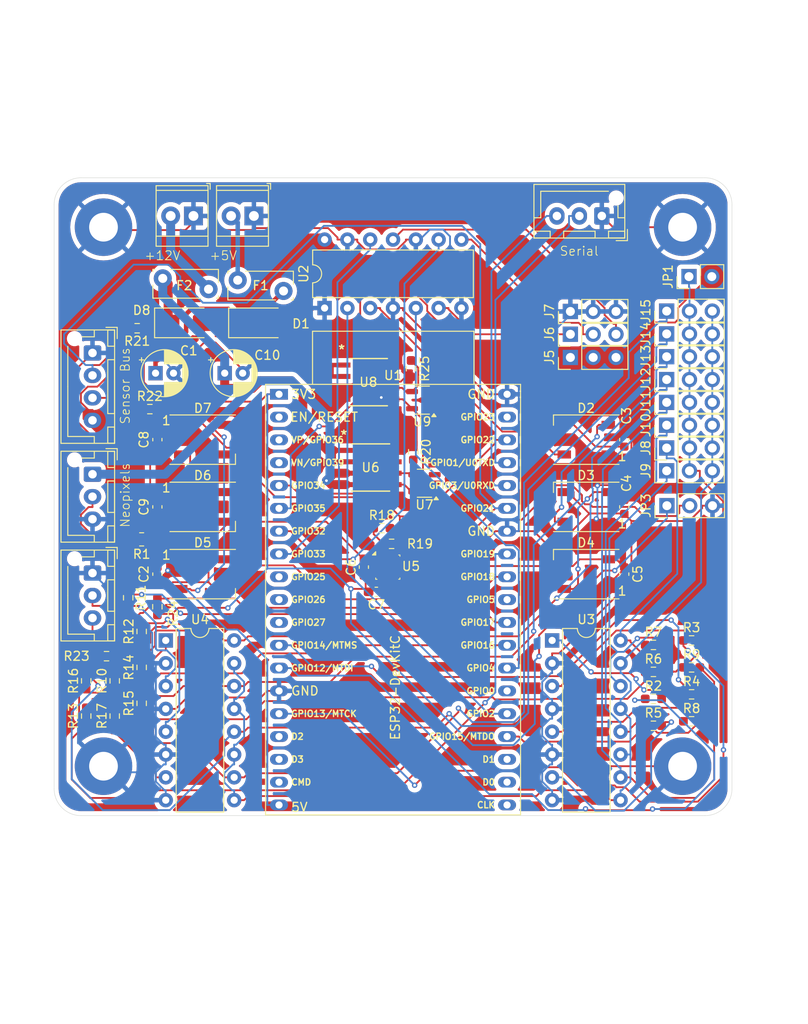
<source format=kicad_pcb>
(kicad_pcb (version 20240108) (generator "pcbnew") (generator_version "8.0")
  (layers (0 "F.Cu" signal) (31 "B.Cu" signal) (34 "B.Paste" user) (35 "F.Paste" user) (36 "B.SilkS" user "B.Silkscreen") (37 "F.SilkS" user "F.Silkscreen") (38 "B.Mask" user) (39 "F.Mask" user) (44 "Edge.Cuts" user))
  (net 0 "")
  (net 1 "Net-(J2-Pin_2)")
  (net 2 "+5V")
  (net 3 "SDA")
  (net 6 "GND")
  (net 7 "Motor 6 Signal")
  (net 12 "SCL")
  (net 14 "5VInput")
  (net 16 "Motor 1 Signal")
  (net 17 "Motor 5 Signal")
  (net 18 "Motor 7 Signal")
  (net 25 "Motor 4 Signal")
  (net 27 "NeoPowerIn")
  (net 28 "Motor 2 Signal")
  (net 29 "+3.3V")
  (net 30 "Motor 8 Signal")
  (net 31 "RX")
  (net 32 "Motor 3 Signal")
  (net 33 "TX")
  (net 34 "Neopixel Data Out 3.3V")
  (net 35 "Neopixel Data Out 5V")
  (net 36 "Net-(J3-Pin_2)")
  (net 37 "Net-(R2-Pad2)")
  (net 38 "Net-(R3-Pad2)")
  (net 39 "Net-(R4-Pad2)")
  (net 40 "Net-(R5-Pad2)")
  (net 41 "Vdrive")
  (net 42 "Motor 1 Out")
  (net 43 "Motor 2 Out")
  (net 44 "Motor 3 Out")
  (net 45 "Motor 4 Out")
  (net 46 "Net-(R10-Pad2)")
  (net 47 "Net-(R11-Pad2)")
  (net 48 "Net-(R12-Pad2)")
  (net 49 "Net-(R13-Pad2)")
  (net 50 "Motor 5 Out")
  (net 51 "Motor 6 Out")
  (net 52 "Motor 7 Out")
  (net 53 "Motor 8 Out")
  (net 54 "GNDPWR")
  (net 55 "Servo1 Data Out")
  (net 56 "Servo3 Data Out")
  (net 57 "Servo2 Data Out")
  (net 58 "Servo3 Data In")
  (net 59 "Servo1 Data In")
  (net 60 "Servo2 Data In")
  (net 61 "Net-(D2-DOUT)")
  (net 62 "Net-(D3-DOUT)")
  (net 63 "Net-(D4-DOUT)")
  (net 64 "NeoPixel Onboard")
  (net 65 "Net-(D5-DOUT)")
  (net 66 "Net-(D6-DIN)")
  (net 67 "Net-(JP3-C)")
  (net 68 "NeoPowerOut")
  (net 69 "Net-(J16-Pin_2)")
  (net 70 "Net-(U6-VREF)")
  (net 71 "CurrentSensNeoPix")
  (net 72 "Net-(U8-VREF)")
  (net 73 "CurrentSens5V")
  (footprint "Capacitor_SMD:C_0603_1608Metric" (layer "F.Cu") (at 171.5 99.65 90)
    (property "Reference" "C3")
    (property "Value" "100nf")
  )
  (footprint "Resistor_SMD:R_0603_1608Metric_Pad0.98x0.95mm_HandSolder" (layer "F.Cu") (at 117.25 87.25 180)
    (property "Reference" "R21")
    (property "Value" "10K")
  )
  (footprint "Connector_PinHeader_2.54mm:PinHeader_1x03_P2.54mm_Vertical" (layer "F.Cu") (at 176.225 90.42 90)
    (property "Reference" "J13")
    (property "Value" "Conn_01x03_Pin")
  )
  (footprint "Package_DIP:DIP-16_W7.62mm" (layer "F.Cu") (at 163.4675 122)
    (property "Reference" "U3")
    (property "Value" "PC847")
  )
  (footprint "Resistor_SMD:R_0603_1608Metric_Pad0.98x0.95mm_HandSolder" (layer "F.Cu") (at 114.75 126.5 90)
    (property "Reference" "R10")
    (property "Value" "220")
  )
  (footprint "Connector_JST:JST_XH_B4B-XH-AM_1x04_P2.50mm_Vertical" (layer "F.Cu") (at 112.275 90 -90)
    (property "Reference" "Sensor Bus1" (hide yes))
    (property "Value" "Conn_01x04_Pin")
  )
  (footprint "Resistor_SMD:R_0603_1608Metric_Pad0.98x0.95mm_HandSolder" (layer "F.Cu") (at 111.575 130.4167 90)
    (property "Reference" "R13")
    (property "Value" "220")
  )
  (footprint "Capacitor_SMD:C_0603_1608Metric_Pad1.08x0.95mm_HandSolder" (layer "F.Cu") (at 143.8875 116.5875 180)
    (property "Reference" "C7")
    (property "Value" "100nF")
  )
  (footprint "Capacitor_SMD:C_0603_1608Metric" (layer "F.Cu") (at 119.5 107.135 -90)
    (property "Reference" "C9")
    (property "Value" "100nf")
  )
  (footprint "Resistor_SMD:R_0603_1608Metric_Pad0.98x0.95mm_HandSolder" (layer "F.Cu") (at 145.5875 111.25)
    (property "Reference" "R19")
    (property "Value" "4.7K")
  )
  (footprint "LED_SMD:LED_WS2812B_PLCC4_5.0x5.0mm_P3.2mm" (layer "F.Cu") (at 167.2675 114.62 180)
    (property "Reference" "D4")
    (property "Value" "WS2812B")
  )
  (footprint "Resistor_SMD:R_0603_1608Metric_Pad0.98x0.95mm_HandSolder" (layer "F.Cu") (at 179 128)
    (property "Reference" "R4")
    (property "Value" "220")
  )
  (footprint "Resistor_SMD:R_0603_1608Metric_Pad0.98x0.95mm_HandSolder" (layer "F.Cu") (at 113.8375 123.75)
    (property "Reference" "R23")
    (property "Value" "10K")
  )
  (footprint "Connector_JST:JST_XH_B3B-XH-AM_1x03_P2.50mm_Vertical" (layer "F.Cu") (at 169 74.75 180)
    (property "Reference" "J17" (hide yes))
    (property "Value" "Conn_01x03_Pin")
  )
  (footprint "Resistor_SMD:R_0805_2012Metric_Pad1.20x1.40mm_HandSolder" (layer "F.Cu") (at 117.75 110.75 180)
    (property "Reference" "R1")
    (property "Value" "220")
  )
  (footprint "Connector_PinHeader_2.54mm:PinHeader_1x03_P2.54mm_Vertical" (layer "F.Cu") (at 165.5 90.5 90)
    (property "Reference" "J5")
    (property "Value" "Conn_01x03_Pin")
  )
  (footprint "Capacitor_SMD:C_0603_1608Metric_Pad1.08x0.95mm_HandSolder" (layer "F.Cu") (at 142.5 113.8375 90)
    (property "Reference" "C6")
    (property "Value" "100nF")
  )
  (footprint "Connector_PinHeader_2.54mm:PinHeader_1x03_P2.54mm_Vertical" (layer "F.Cu") (at 176.225 100.58 90)
    (property "Reference" "J8")
    (property "Value" "Conn_01x03_Pin")
  )
  (footprint "LED_SMD:LED_WS2812B_PLCC4_5.0x5.0mm_P3.2mm" (layer "F.Cu") (at 167.2675 99.65 180)
    (property "Reference" "D2")
    (property "Value" "WS2812B")
  )
  (footprint "Package_LGA:Bosch_LGA-8_2.5x2.5mm_P0.65mm_ClockwisePinNumbering" (layer "F.Cu") (at 145.1675 113.8375)
    (property "Reference" "U5")
    (property "Value" "BME280")
  )
  (footprint "Capacitor_SMD:C_0603_1608Metric" (layer "F.Cu") (at 119.5 114.62 -90)
    (property "Reference" "C2")
    (property "Value" "100nf")
  )
  (footprint "TMCS1100A2QDR:SOIC8_D_TEX" (layer "F.Cu") (at 143.25 102.75)
    (property "Reference" "U6")
    (property "Value" "TMCS1100A2QDR")
  )
  (footprint "LED_SMD:LED_WS2812B_PLCC4_5.0x5.0mm_P3.2mm" (layer "F.Cu") (at 124.55 114.62)
    (property "Reference" "D5")
    (property "Value" "WS2812B")
  )
  (footprint "Resistor_SMD:R_0603_1608Metric_Pad0.98x0.95mm_HandSolder" (layer "F.Cu") (at 116.25 117.25 -90)
    (property "Reference" "R11")
    (property "Value" "220")
  )
  (footprint "LED_SMD:LED_WS2812B_PLCC4_5.0x5.0mm_P3.2mm" (layer "F.Cu") (at 124.55 107.135)
    (property "Reference" "D6")
    (property "Value" "WS2812B")
  )
  (footprint "Resistor_SMD:R_0603_1608Metric_Pad0.98x0.95mm_HandSolder" (layer "F.Cu") (at 111.575 126.5 90)
    (property "Reference" "R16")
    (property "Value" "220")
  )
  (footprint "Resistor_SMD:R_0603_1608Metric_Pad0.98x0.95mm_HandSolder" (layer "F.Cu") (at 179 131)
    (property "Reference" "R8")
    (property "Value" "220")
  )
  (footprint "Package_TO_SOT_SMD:SOT-23-5" (layer "F.Cu") (at 149 95.25 180)
    (property "Reference" "U9")
    (property "Value" "LM4030-2.5")
  )
  (footprint "Resistor_SMD:R_0603_1608Metric_Pad0.98x0.95mm_HandSolder" (layer "F.Cu") (at 174.75 131.5)
    (property "Reference" "R5")
    (property "Value" "220")
  )
  (footprint "Fuse:Fuse_Bourns_MF-RG300" (layer "F.Cu") (at 125.2 82.9 180)
    (property "Reference" "F2")
    (property "Value" "Polyfuse")
  )
  (footprint "Connector_JST:JST_XH_B3B-XH-AM_1x03_P2.50mm_Vertical" (layer "F.Cu") (at 112.275 114.5 -90)
    (property "Reference" "I2CMot1" (hide yes))
    (property "Value" "Conn_01x03_Pin")
  )
  (footprint "Connector_PinHeader_2.54mm:PinHeader_1x03_P2.54mm_Vertical" (layer "F.Cu") (at 176.25 107 90)
    (property "Reference" "JP3")
    (property "Value" "Jumper_3_Open")
  )
  (footprint "Capacitor_SMD:C_0603_1608Metric" (layer "F.Cu") (at 171.5 107.135 90)
    (property "Reference" "C4")
    (property "Value" "100nf")
  )
  (footprint "MountingHole:MountingHole_3.2mm_M3_Pad" (layer "F.Cu") (at 178 76)
    (property "Reference" "H1" (hide yes))
    (property "Value" "MountingHole_Pad")
  )
  (footprint "Resistor_SMD:R_0603_1608Metric_Pad0.98x0.95mm_HandSolder" (layer "F.Cu") (at 179 122)
    (property "Reference" "R3")
    (property "Value" "220")
  )
  (footprint "MountingHole:MountingHole_3.2mm_M3_Pad" (layer "F.Cu") (at 178 136)
    (property "Reference" "H4" (hide yes))
    (property "Value" "MountingHole_Pad")
  )
  (footprint "Resistor_SMD:R_0603_1608Metric_Pad0.98x0.95mm_HandSolder" (layer "F.Cu") (at 117.75 125 90)
    (property "Reference" "R14")
    (property "Value" "220")
  )
  (footprint "Capacitor_THT:CP_Radial_D5.0mm_P2.00mm" (layer "F.Cu") (at 119.2949 92.25)
    (property "Reference" "C1")
    (property "Value" "C_Polarized")
  )
  (footprint "Connector_PinHeader_2.54mm:PinHeader_1x03_P2.54mm_Vertical" (layer "F.Cu") (at 165.5 85.38 90)
    (property "Reference" "J7")
    (property "Value" "Conn_01x03_Pin" (hide yes))
  )
  (footprint "Resistor_SMD:R_0603_1608Metric_Pad0.98x0.95mm_HandSolder" (layer "F.Cu") (at 117.75 129 90)
    (property "Reference" "R15")
    (property "Value" "220")
  )
  (footprint "Package_DIP:DIP-14_W7.62mm" (layer "F.Cu") (at 138.125 85 90)
    (property "Reference" "U2")
    (property "Value" "74AHCT125")
  )
  (footprint "LED_SMD:LED_WS2812B_PLCC4_5.0x5.0mm_P3.2mm" (layer "F.Cu") (at 167.2675 107.135 180)
    (property "Reference" "D3")
    (property "Value" "WS2812B")
  )
  (footprint "MountingHole:MountingHole_3.2mm_M3_Pad" (layer "F.Cu") (at 113.5 136)
    (property "Reference" "H3" (hide yes))
    (property "Value" "MountingHole_Pad")
  )
  (footprint "Connector_PinHeader_2.54mm:PinHeader_1x03_P2.54mm_Vertical" (layer "F.Cu") (at 176.225 85.34 90)
    (property "Reference" "J15")
    (property "Value" "Conn_01x03_Pin")
  )
  (footprint "Connector_PinHeader_2.54mm:PinHeader_1x03_P2.54mm_Vertical" (layer "F.Cu") (at 176.225 98.04 90)
    (property "Reference" "J10")
    (property "Value" "Conn_01x03_Pin")
  )
  (footprint "MountingHole:MountingHole_3.2mm_M3_Pad" (layer "F.Cu") (at 113.5 76)
    (property "Reference" "H2" (hide yes))
    (property "Value" "MountingHole_Pad")
  )
  (footprint "Resistor_SMD:R_0603_1608Metric_Pad0.98x0.95mm_HandSolder" (layer "F.Cu") (at 118.6625 96.25)
    (property "Reference" "R22")
    (property "Value" "10K")
  )
  (footprint "Connector_JST:JST_XH_B3B-XH-AM_1x03_P2.50mm_Vertical" (layer "F.Cu") (at 112.275 103.5 -90)
    (property "Reference" "J3" (hide yes))
    (property "Value" "Conn_01x03_Pin")
  )
  (footprint "Resistor_SMD:R_0603_1608Metric_Pad0.98x0.95mm_HandSolder" (layer "F.Cu") (at 144.5 109.5)
    (property "Reference" "R18")
    (property "Value" "4.7K")
  )
  (footprint "TMCS1100A2QDR:SOIC8_D_TEX" (layer "F.Cu") (at 143 93.25)
    (property "Reference" "U8")
    (property "Value" "TMCS1100A2QDR")
  )
  (footprint "Connector_PinHeader_2.54mm:PinHeader_1x03_P2.54mm_Vertical" (layer "F.Cu") (at 176.225 103.12 90)
    (property "Reference" "J9")
    (property "Value" "Conn_01x03_Pin")
  )
  (footprint "Resistor_SMD:R_0603_1608Metric_Pad0.98x0.95mm_HandSolder" (layer "F.Cu") (at 119.5 118.25 -90)
    (property "Reference" "R24")
    (property "Value" "10K")
  )
  (footprint "Diode_SMD:D_SMA" (layer "F.Cu") (at 122.7 86.65)
    (property "Reference" "D8")
    (property "Value" "SS14")
  )
  (footprint "Resistor_SMD:R_0603_1608Metric_Pad0.98x0.95mm_HandSolder" (layer "F.Cu") (at 148 101 -90)
    (property "Reference" "R20")
    (property "Value" "20K")
  )
  (footprint "Resistor_SMD:R_0603_1608Metric_Pad0.98x0.95mm_HandSolder" (layer "F.Cu") (at 179 125)
    (property "Reference" "R9")
    (property "Value" "220")
  )
  (footprint "Package_TO_SOT_SMD:SOT-23-5" (layer "F.Cu") (at 149.25 104.5 180)
    (property "Reference" "U7")
    (property "Value" "LM4030-2.5")
  )
  (footprint "Capacitor_SMD:C_0603_1608Metric" (layer "F.Cu") (at 171.5 114.62 90)
    (property "Reference" "C5")
    (property "Value" "100nf")
  )
  (footprint "TerminalBlock_TE-Connectivity:TerminalBlock_TE_282834-2_1x02_P2.54mm_Horizontal" (layer "F.Cu") (at 130.25 74.75 180)
    (property "Reference" "J2" (hide yes))
    (property "Value" "Screw_Terminal_01x02")
  )
  (footprint "LED_SMD:LED_WS2812B_PLCC4_5.0x5.0mm_P3.2mm" (layer "F.Cu") (at 124.55 99.65)
    (property "Reference" "D7")
    (property "Value" "WS2812B")
  )
  (footprint "Connector_PinHeader_2.54mm:PinHeader_1x02_P2.54mm_Vertical" (layer "F.Cu") (at 178.71 81.5 90)
    (property "Reference" "JP1")
    (property "Value" "Jumper_2_Open")
  )
  (footprint "Resistor_SMD:R_0603_1608Metric_Pad0.98x0.95mm_HandSolder" (layer "F.Cu") (at 174.75 128.5)
    (property "Reference" "R2")
    (property "Value" "220")
  )
  (footprint "Connector_PinHeader_2.54mm:PinHeader_1x03_P2.54mm_Vertical" (layer "F.Cu") (at 165.5 87.92 90)
    (property "Reference" "J6")
    (property "Value" "Conn_01x03_Pin")
  )
  (footprint "Resistor_SMD:R_0603_1608Metric_Pad0.98x0.95mm_HandSolder" (layer "F.Cu") (at 117.75 121 90)
    (property "Reference" "R12")
    (property "Value" "220")
  )
  (footprint "Resistor_SMD:R_0603_1608Metric_Pad0.98x0.95mm_HandSolder" (layer "F.Cu") (at 147.75 91.75 90)
    (property "Reference" "R25")
    (property "Value" "20K")
  )
  (footprint "PCM_Espressif:ESP32-DevKitC" (layer "F.Cu") (at 133.05 94.5966)
    (property "Reference" "U1")
    (property "Value" "ESP32-DevKitC")
  )
  (footprint "Connector_PinHeader_2.54mm:PinHeader_1x03_P2.54mm_Vertical" (layer "F.Cu") (at 176.225 92.96 90)
    (property "Reference" "J12")
    (property "Value" "Conn_01x03_Pin")
  )
  (footprint "Package_DIP:DIP-16_W7.62mm" (layer "F.Cu") (at 120.4325 122)
    (property "Reference" "U4")
    (property "Value" "PC847")
  )
  (footprint "Fuse:Fuse_Bourns_MF-RG300" (layer "F.Cu") (at 128.45 81.9)
    (property "Reference" "F1")
    (property "Value" "Polyfuse")
  )
  (footprint "Connector_PinHeader_2.54mm:PinHeader_1x03_P2.54mm_Vertical" (layer "F.Cu") (at 176.225 95.5 90)
    (property "Reference" "J11")
    (property "Value" "Conn_01x03_Pin")
  )
  (footprint "Resistor_SMD:R_0603_1608Metric_Pad0.98x0.95mm_HandSolder" (layer "F.Cu") (at 174.75 122.5)
    (property "Reference" "R7")
    (property "Value" "220")
  )
  (footprint "Resistor_SMD:R_0603_1608Metric_Pad0.98x0.95mm_HandSolder" (layer "F.Cu") (at 174.75 125.5)
    (property "Reference" "R6")
    (property "Value" "220")
  )
  (footprint "TerminalBlock_TE-Connectivity:TerminalBlock_TE_282834-2_1x02_P2.54mm_Horizontal" (layer "F.Cu") (at 123.52 74.75 180)
    (property "Reference" "J16" (hide yes))
    (property "Value" "Screw_Terminal_01x02")
  )
  (footprint "Capacitor_SMD:C_0603_1608Metric" (layer "F.Cu") (at 119.5 99.65 -90)
    (property "Reference" "C8")
    (property "Value" "100nf")
  )
  (footprint "Connector_PinHeader_2.54mm:PinHeader_1x03_P2.54mm_Vertical" (layer "F.Cu") (at 176.225 87.88 90)
    (property "Reference" "J14")
    (property "Value" "Conn_01x03_Pin")
  )
  (footprint "Capacitor_THT:CP_Radial_D5.0mm_P2.00mm" (layer "F.Cu") (at 127 92.25)
    (property "Reference" "C10")
    (property "Value" "C_Polarized")
  )
  (footprint "Resistor_SMD:R_0603_1608Metric_Pad0.98x0.95mm_HandSolder" (layer "F.Cu") (at 114.75 130.4167 90)
    (property "Reference" "R17")
    (property "Value" "220")
  )
  (footprint "Diode_SMD:D_SMA" (layer "F.Cu") (at 130.95 86.65)
    (property "Reference" "D1")
    (property "Value" "SS14")
  )
  (gr_line (start 108 138.5) (end 108 73.5) (stroke (width 0.05)) (layer "Edge.Cuts"))
  (gr_line (start 183.5 73.5) (end 183.5 138.5) (stroke (width 0.05)) (layer "Edge.Cuts"))
  (gr_arc (start 108 73.5) (mid 108.87868 71.37868) (end 111 70.5) (stroke (width 0.05)) (layer "Edge.Cuts"))
  (gr_arc (start 111 141.5) (mid 108.87868 140.62132) (end 108 138.5) (stroke (width 0.05)) (layer "Edge.Cuts"))
  (gr_arc (start 183.5 138.5) (mid 182.62132 140.62132) (end 180.5 141.5) (stroke (width 0.05)) (layer "Edge.Cuts"))
  (gr_arc (start 180.5 70.5) (mid 182.62132 71.37868) (end 183.5 73.5) (stroke (width 0.05)) (layer "Edge.Cuts"))
  (gr_line (start 180.5 70.5) (end 111 70.5) (stroke (width 0.05)) (layer "Edge.Cuts"))
  (gr_line (start 111 141.5) (end 180.5 141.5) (stroke (width 0.05)) (layer "Edge.Cuts"))
  (gr_text "Neopixels" (at 116.5 109.5 90) (layer "F.SilkS") (effects (font (size 1 1) (thickness 0.1)) (justify left bottom)))
  (gr_text "+12V" (at 118 79.75 0) (layer "F.SilkS") (effects (font (size 1 1) (thickness 0.1)) (justify left bottom)))
  (gr_text "Serial" (at 164.25 79.25 0) (layer "F.SilkS") (effects (font (size 1 1) (thickness 0.1)) (justify left bottom)))
  (gr_text "Sensor Bus" (at 116.5 98 90) (layer "F.SilkS") (effects (font (size 1 1) (thickness 0.1)) (justify left bottom)))
  (gr_text "+5V" (at 125.25 79.75 0) (layer "F.SilkS") (effects (font (size 1 1) (thickness 0.1)) (justify left bottom)))
  (segment (start 128.45 75.49) (end 127.71 74.75) (width 0.5) (layer "B.Cu") (net 1))
  (segment (start 128.45 81.9) (end 128.45 75.49) (width 0.5) (layer "B.Cu") (net 1))
  (segment (start 170.7692 104.5202) (end 170.7692 101.3) (width 0.2) (layer "F.Cu") (net 2))
  (segment (start 177.495 84.9742) (end 180.0983 82.3709) (width 0.2) (layer "F.Cu") (net 2))
  (segment (start 117.1549 89.4166) (end 112.8215 93.75) (width 0.2) (layer "F.Cu") (net 2))
  (segment (start 142.248 83.2242) (end 148.0728 83.2242) (width 0.2) (layer "F.Cu") (net 2))
  (segment (start 121.0483 106.3617) (end 119.5 107.91) (width 0.2) (layer "F.Cu") (net 2))
  (segment (start 171.5 114.0167) (end 171.5 113.845) (width 0.2) (layer "F.Cu") (net 2))
  (segment (start 142.248 83.2242) (end 142.0915 83.3807) (width 0.2) (layer "F.Cu") (net 2))
  (segment (start 121.5742 98) (end 120.3165 98) (width 0.2) (layer "F.Cu") (net 2))
  (segment (start 121.0483 101.9733) (end 119.5 100.425) (width 0.2) (layer "F.Cu") (net 2))
  (segment (start 138.125 77.9308) (end 121.7375 77.9308) (width 0.2) (layer "F.Cu") (net 2))
  (segment (start 110.9852 95.5102) (end 111.8233 96.3483) (width 0.2) (layer "F.Cu") (net 2))
  (segment (start 171.5 105.6292) (end 171.5 106.36) (width 0.2) (layer "F.Cu") (net 2))
  (segment (start 169.6267 90.935) (end 170.58 90.935) (width 0.2) (layer "F.Cu") (net 2))
  (segment (start 120.3165 98) (end 120.3165 99.6085) (width 0.2) (layer "F.Cu") (net 2))
  (segment (start 117.8303 111.4199) (end 119.3804 112.97) (width 0.2) (layer "F.Cu") (net 2))
  (segment (start 138.125 77.9308) (end 138.125 78.4817) (width 0.2) (layer "F.Cu") (net 2))
  (segment (start 170.5801 104.7093) (end 171.5 105.6292) (width 0.2) (layer "F.Cu") (net 2))
  (segment (start 143.3919 91.345) (end 143.3919 91.801) (width 0.2) (layer "F.Cu") (net 2))
  (segment (start 143.3919 91.801) (end 141.3079 93.885) (width 0.2) (layer "F.Cu") (net 2))
  (segment (start 171.8504 101.3) (end 172.2989 100.8515) (width 0.2) (layer "F.Cu") (net 2))
  (segment (start 122.1 105.485) (end 121.0483 105.485) (width 0.2) (layer "F.Cu") (net 2))
  (segment (start 143.7832 94.3785) (end 143.7832 95.8707) (width 0.2) (layer "F.Cu") (net 2))
  (segment (start 148.0728 83.2242) (end 149.555 84.7064) (width 0.2) (layer "F.Cu") (net 2))
  (segment (start 170.7692 101.3) (end 171.8504 101.3) (width 0.2) (layer "F.Cu") (net 2))
  (segment (start 146.6085 93.1961) (end 144.9656 93.1961) (width 0.2) (layer "F.Cu") (net 2))
  (segment (start 117.1549 82.5134) (end 117.1549 89.4166) (width 0.2) (layer "F.Cu") (net 2))
  (segment (start 140.2759 95.155) (end 139.244 95.155) (width 0.2) (layer "F.Cu") (net 2))
  (segment (start 169.1917 90.5) (end 169.6267 90.935) (width 0.2) (layer "F.Cu") (net 2))
  (segment (start 140.2759 93.885) (end 139.244 93.885) (width 0.2) (layer "F.Cu") (net 2))
  (segment (start 170.58 90.935) (end 174.905 86.61) (width 0.2) (layer "F.Cu") (net 2))
  (segment (start 140.2759 93.885) (end 141.3079 93.885) (width 0.2) (layer "F.Cu") (net 2))
  (segment (start 170.58 90.935) (end 170.58 91.6517) (width 0.2) (layer "F.Cu") (net 2))
  (segment (start 138.125 78.4817) (end 142.248 82.6047) (width 0.2) (layer "F.Cu") (net 2))
  (segment (start 168.3843 108.4675) (end 168.6658 108.749) (width 0.2) (layer "F.Cu") (net 2))
  (segment (start 172.2989 100.8515) (end 172.2989 99.6739) (width 0.2) (layer "F.Cu") (net 2))
  (segment (start 122.1 112.97) (end 121.0483 112.97) (width 0.2) (layer "F.Cu") (net 2))
  (segment (start 148 100.0875) (end 147.7637 100.0875) (width 0.2) (layer "F.Cu") (net 2))
  (segment (start 119.5 107.91) (end 117.8303 109.5797) (width 0.2) (layer "F.Cu") (net 2))
  (segment (start 112.8215 93.75) (end 111.7517 93.75) (width 0.2) (layer "F.Cu") (net 2))
  (segment (start 114.0517 98) (end 113.5517 97.5) (width 0.2) (layer "F.Cu") (net 2))
  (segment (start 168.5627 104.7093) (end 170.5801 104.7093) (width 0.2) (layer "F.Cu") (net 2))
  (segment (start 169.7175 108.785) (end 170.7692 108.785) (width 0.2) (layer "F.Cu") (net 2))
  (segment (start 121.0483 105.485) (end 121.0483 106.3617) (width 0.2) (layer "F.Cu") (net 2))
  (segment (start 168.6658 108.749) (end 168.6658 108.785) (width 0.2) (layer "F.Cu") (net 2))
  (segment (start 147.639 92.5515) (end 147.75 92.6625) (width 0.2) (layer "F.Cu") (net 2))
  (segment (start 145.7242 91.345) (end 146.7562 91.345) (width 0.2) (layer "F.Cu") (net 2))
  (segment (start 138.125 77.38) (end 138.125 77.9308) (width 0.2) (layer "F.Cu") (net 2))
  (segment (start 170.7692 108.785) (end 170.7692 113.1142) (width 0.2) (layer "F.Cu") (net 2))
  (segment (start 177.495 86.2742) (end 177.495 84.9742) (width 0.2) (layer "F.Cu") (net 2))
  (segment (start 154.7213 90.5) (end 165.5 90.5) (width 0.2) (layer "F.Cu") (net 2))
  (segment (start 147.2531 92.5515) (end 147.639 92.5515) (width 0.2) (layer "F.Cu") (net 2))
  (segment (start 174.905 86.61) (end 177.1592 86.61) (width 0.2) (layer "F.Cu") (net 2))
  (segment (start 120.663 114.2131) (end 120.663 113.3553) (width 0.2) (layer "F.Cu") (net 2))
  (segment (start 169.7175 101.3) (end 170.7692 101.3) (width 0.2) (layer "F.Cu") (net 2))
  (segment (start 147.7637 100.0875) (end 147.0062 100.845) (width 0.2) (layer "F.Cu") (net 2))
  (segment (start 168.04 90.5) (end 165.5 90.5) (width 0.2) (layer "F.Cu") (net 2))
  (segment (start 142.0915 83.3807) (end 142.0915 90.0446) (width 0.2) (layer "F.Cu") (net 2))
  (segment (start 145.7242 91.345) (end 144.6923 91.345) (width 0.2) (layer "F.Cu") (net 2))
  (segment (start 149.555 84.7064) (end 149.555 85.3337) (width 0.2) (layer "F.Cu") (net 2))
  (segment (start 172.2989 99.6739) (end 171.5 98.875) (width 0.2) (layer "F.Cu") (net 2))
  (segment (start 147.2531 92.5515) (end 146.6085 93.1961) (width 0.2) (layer "F.Cu") (net 2))
  (segment (start 169.7175 116.27) (end 169.7175 115.7992) (width 0.2) (layer "F.Cu") (net 2))
  (segment (start 111.8233 96.3483) (end 112.275 96.3483) (width 0.2) (layer "F.Cu") (net 2))
  (segment (start 142.0915 90.0446) (end 143.3919 91.345) (width 0.2) (layer "F.Cu") (net 2))
  (segment (start 122.1 98) (end 121.5742 98) (width 0.2) (layer "F.Cu") (net 2))
  (segment (start 143.7832 95.8707) (end 148 100.0875) (width 0.2) (layer "F.Cu") (net 2))
  (segment (start 168.5113 104.7607) (end 168.5627 104.7093) (width 0.2) (layer "F.Cu") (net 2))
  (segment (start 177.1592 86.61) (end 177.495 86.2742) (width 0.2) (layer "F.Cu") (net 2))
  (segment (start 120.663 114.232) (end 120.663 114.2131) (width 0.2) (layer "F.Cu") (net 2))
  (segment (start 181.25 81.5) (end 180.0983 81.5) (width 0.2) (layer "F.Cu") (net 2))
  (segment (start 145.9742 100.845) (end 147.0062 100.845) (width 0.2) (layer "F.Cu") (net 2))
  (segment (start 144.9656 93.1961) (end 143.7832 94.3785) (width 0.2) (layer "F.Cu") (net 2))
  (segment (start 170.58 91.6517) (end 171.5 92.5717) (width 0.2) (layer "F.Cu") (net 2))
  (segment (start 121.7375 77.9308) (end 117.1549 82.5134) (width 0.2) (layer "F.Cu") (net 2))
  (segment (start 142.248 82.6047) (end 142.248 83.2242) (width 0.2) (layer "F.Cu") (net 2))
  (segment (start 139.244 93.885) (end 139.244 95.155) (width 0.2) (layer "F.Cu") (net 2))
  (segment (start 112.275 97.5) (end 113.5517 97.5) (width 0.2) (layer "F.Cu") (net 2))
  (segment (start 149.555 85.3337) (end 154.7213 90.5) (width 0.2) (layer "F.Cu") (net 2))
  (segment (start 143.3919 91.345) (end 144.6923 91.345) (width 0.2) (layer "F.Cu") (net 2))
  (segment (start 117.8303 109.5797) (end 117.8303 111.4199) (width 0.2) (layer "F.Cu") (net 2))
  (segment (start 120.663 113.3553) (end 121.0483 112.97) (width 0.2) (layer "F.Cu") (net 2))
  (segment (start 121.0483 105.485) (end 121.0483 101.9733) (width 0.2) (layer "F.Cu") (net 2))
  (segment (start 171.5 92.5717) (end 171.5 98.875) (width 0.2) (layer "F.Cu") (net 2))
  (segment (start 170.7692 113.1142) (end 171.5 113.845) (width 0.2) (layer "F.Cu") (net 2))
  (segment (start 169.7175 108.785) (end 168.6658 108.785) (width 0.2) (layer "F.Cu") (net 2))
  (segment (start 120.3165 98) (end 114.0517 98) (width 0.2) (layer "F.Cu") (net 2))
  (segment (start 119.5 115.395) (end 120.663 114.232) (width 0.2) (layer "F.Cu") (net 2))
  (segment (start 168.04 90.5) (end 169.1917 90.5) (width 0.2) (layer "F.Cu") (net 2))
  (segment (start 146.7562 92.0546) (end 147.2531 92.5515) (width 0.2) (layer "F.Cu") (net 2))
  (segment (start 170.58 90.5) (end 170.58 90.935) (width 0.2) (layer "F.Cu") (net 2))
  (segment (start 120.3165 99.6085) (end 119.5 100.425) (width 0.2) (layer "F.Cu") (net 2))
  (segment (start 180.0983 82.3709) (end 180.0983 81.5) (width 0.2) (layer "F.Cu") (net 2))
  (segment (start 111.7517 93.75) (end 110.9852 94.5165) (width 0.2) (layer "F.Cu") (net 2))
  (segment (start 119.3804 112.97) (end 121.0483 112.97) (width 0.2) (layer "F.Cu") (net 2))
  (segment (start 170.5801 104.7093) (end 170.7692 104.5202) (width 0.2) (layer "F.Cu") (net 2))
  (segment (start 146.7562 91.345) (end 146.7562 92.0546) (width 0.2) (layer "F.Cu") (net 2))
  (segment (start 112.275 97.5) (end 112.275 96.3483) (width 0.2) (layer "F.Cu") (net 2))
  (segment (start 110.9852 94.5165) (end 110.9852 95.5102) (width 0.2) (layer "F.Cu") (net 2))
  (segment (start 169.7175 115.7992) (end 171.5 114.0167) (width 0.2) (layer "F.Cu") (net 2))
  (via (at 168.5113 104.7607) (size 0.6) (drill 0.3) (layers "F.Cu" "B.Cu") (net 2))
  (via (at 168.3843 108.4675) (size 0.6) (drill 0.3) (layers "F.Cu" "B.Cu") (net 2))
  (via (at 120.663 114.2131) (size 0.6) (drill 0.3) (layers "F.Cu" "B.Cu") (net 2))
  (segment (start 133.05 140.3166) (end 131.7483 140.3166) (width 0.2) (layer "B.Cu") (net 2))
  (segment (start 131.7483 124.1086) (end 131.7483 140.3166) (width 0.2) (layer "B.Cu") (net 2))
  (segment (start 127.2364 120.7865) (end 128.4262 120.7865) (width 0.2) (layer "B.Cu") (net 2))
  (segment (start 168.5113 104.7607) (end 168.5113 108.3405) (width 0.2) (layer "B.Cu") (net 2))
  (segment (start 120.663 114.2131) (end 127.2364 120.7865) (width 0.2) (layer "B.Cu") (net 2))
  (segment (start 128.4262 120.7865) (end 131.7483 124.1086) (width 0.2) (layer "B.Cu") (net 2))
  (segment (start 168.5113 108.3405) (end 168.3843 108.4675) (width 0.2) (layer "B.Cu") (net 2))
  (segment (start 158.45 107.2966) (end 157.1483 107.2966) (width 0.2) (layer "F.Cu") (net 3))
  (segment (start 112.275 91.3483) (end 113.0668 91.3483) (width 0.2) (layer "F.Cu") (net 3))
  (segment (start 112.275 92.5) (end 112.275 91.3483) (width 0.2) (layer "F.Cu") (net 3))
  (segment (start 157.1483 107.2966) (end 151.0807 113.3642) (width 0.2) (layer "F.Cu") (net 3))
  (segment (start 145.4925 112.8125) (end 145.4925 113.3642) (width 0.2) (layer "F.Cu") (net 3))
  (segment (start 145.4925 109.58) (end 145.4125 109.5) (width 0.2) (layer "F.Cu") (net 3))
  (segment (start 145.4925 112.8125) (end 145.4925 109.58) (width 0.2) (layer "F.Cu") (net 3))
  (segment (start 116.3375 88.0776) (end 116.3375 87.25) (width 0.2) (layer "F.Cu") (net 3))
  (segment (start 113.0668 91.3483) (end 116.3375 88.0776) (width 0.2) (layer "F.Cu") (net 3))
  (segment (start 151.0807 113.3642) (end 145.4925 113.3642) (width 0.2) (layer "F.Cu") (net 3))
  (segment (start 157.1483 107.2966) (end 155.461 105.6093) (width 0.2) (layer "B.Cu") (net 3))
  (segment (start 109.1098 88.9505) (end 111.5076 91.3483) (width 0.2) (layer "B.Cu") (net 3))
  (segment (start 122.0502 81.4776) (end 120.7434 80.1708) (width 0.2) (layer "B.Cu") (net 3))
  (segment (start 124.5781 84.4088) (end 122.0502 81.8809) (width 0.2) (layer "B.Cu") (net 3))
  (segment (start 122.0502 81.8809) (end 122.0502 81.4776) (width 0.2) (layer "B.Cu") (net 3))
  (segment (start 120.7434 80.1708) (end 116.8522 80.1708) (width 0.2) (layer "B.Cu") (net 3))
  (segment (start 155.461 77.8718) (end 153.4391 75.8499) (width 0.2) (layer "B.Cu") (net 3))
  (segment (start 109.1098 87.9132) (end 109.1098 88.9505) (width 0.2) (layer "B.Cu") (net 3))
  (segment (start 111.5076 91.3483) (end 112.275 91.3483) (width 0.2) (layer "B.Cu") (net 3))
  (segment (start 138.0383 75.8499) (end 129.4794 84.4088) (width 0.2) (layer "B.Cu") (net 3))
  (segment (start 153.4391 75.8499) (end 138.0383 75.8499) (width 0.2) (layer "B.Cu") (net 3))
  (segment (start 112.275 92.5) (end 112.275 91.3483) (width 0.2) (layer "B.Cu") (net 3))
  (segment (start 129.4794 84.4088) (end 124.5781 84.4088) (width 0.2) (layer "B.Cu") (net 3))
  (segment (start 116.8522 80.1708) (end 109.1098 87.9132) (width 0.2) (layer "B.Cu") (net 3))
  (segment (start 158.45 107.2966) (end 157.1483 107.2966) (width 0.2) (layer "B.Cu") (net 3))
  (segment (start 155.461 105.6093) (end 155.461 77.8718) (width 0.2) (layer "B.Cu") (net 3))
  (segment (start 148.1125 105.15) (end 148.1125 105.45) (width 0.2) (layer "F.Cu") (net 6))
  (segment (start 144.8425 116.495) (end 144.8425 115.4462) (width 0.2) (layer "F.Cu") (net 6))
  (segment (start 181.33 107) (end 180.1783 107) (width 0.2) (layer "F.Cu") (net 6))
  (segment (start 112.6262 99.6739) (end 118.7011 99.6739) (width 0.2) (layer "F.Cu") (net 6))
  (segment (start 167.6316 107.8658) (end 171.4558 107.8658) (width 0.2) (layer "F.Cu") (net 6))
  (segment (start 138.31 108.785) (end 142.5 112.975) (width 0.2) (layer "F.Cu") (net 6))
  (segment (start 144.1925 112.8125) (end 143.7158 112.8125) (width 0.2) (layer "F.Cu") (net 6))
  (segment (start 124.7 88.8449) (end 121.2949 92.25) (width 0.2) (layer "F.Cu") (net 6))
  (segment (start 165.8692 136) (end 178 136) (width 0.2) (layer "F.Cu") (net 6))
  (segment (start 167.611 107.8864) (end 163.5402 111.9572) (width 0.2) (layer "F.Cu") (net 6))
  (segment (start 147.1833 77.38) (end 147.1833 77.5177) (width 0.2) (layer "F.Cu") (net 6))
  (segment (start 164.8175 98) (end 163.7658 98) (width 0.2) (layer "F.Cu") (net 6))
  (segment (start 160.3624 94.5966) (end 158.45 94.5966) (width 0.2) (layer "F.Cu") (net 6))
  (segment (start 145.745 85) (end 146.8467 85) (width 0.2) (layer "F.Cu") (net 6))
  (segment (start 130.25 76.1017) (end 130.0409 76.3108) (width 0.2) (layer "F.Cu") (net 6))
  (segment (start 125.9803 88.8449) (end 124.7 88.8449) (width 0.2) (layer "F.Cu") (net 6))
  (segment (start 125.1966 111.1143) (end 125.1966 115.5183) (width 0.2) (layer "F.Cu") (net 6))
  (segment (start 163.4675 134.7) (end 164.5692 134.7) (width 0.2) (layer "F.Cu") (net 6))
  (segment (start 146.8175 95.155) (end 147.8625 96.2) (width 0.2) (layer "F.Cu") (net 6))
  (segment (start 145.7242 95.155) (end 144.6923 95.155) (width 0.2) (layer "F.Cu") (net 6))
  (segment (start 142.6421 78.4837) (end 141.7667 77.6083) (width 0.2) (layer "F.Cu") (net 6))
  (segment (start 124.1959 74.75) (end 124.8717 74.75) (width 0.2) (layer "F.Cu") (net 6))
  (segment (start 147.8625 96.2) (end 149.0803 97.4178) (width 0.2) (layer "F.Cu") (net 6))
  (segment (start 141.7667 77.6083) (end 141.7667 77.38) (width 0.2) (layer "F.Cu") (net 6))
  (segment (start 118.7011 105.5611) (end 118.7011 99.6739) (width 0.2) (layer "F.Cu") (net 6))
  (segment (start 120.4325 129.62) (end 121.5342 129.62) (width 0.2) (layer "F.Cu") (net 6))
  (segment (start 125.1966 115.5183) (end 121.225 115.5183) (width 0.2) (layer "F.Cu") (net 6))
  (segment (start 171.5 116.1837) (end 171.5 115.395) (width 0.2) (layer "F.Cu") (net 6))
  (segment (start 135.3733 86.65) (end 137.0233 85) (width 0.2) (layer "F.Cu") (net 6))
  (segment (start 110.5718 91.7032) (end 110.5718 97.6195) (width 0.2) (layer "F.Cu") (net 6))
  (segment (start 144.4937 94.9564) (end 144.6923 95.155) (width 0.2) (layer "F.Cu") (net 6))
  (segment (start 129 91.8646) (end 125.9803 88.8449) (width 0.2) (layer "F.Cu") (net 6))
  (segment (start 130.0409 76.3108) (end 126.4325 76.3108) (width 0.2) (layer "F.Cu") (net 6))
  (segment (start 171.5 107.91) (end 172.2989 108.7089) (width 0.2) (layer "F.Cu") (net 6))
  (segment (start 147.1833 77.5177) (end 146.2173 78.4837) (width 0.2) (layer "F.Cu") (net 6))
  (segment (start 164.2454 123.4383) (end 171.5 116.1837) (width 0.2) (layer "F.Cu") (net 6))
  (segment (start 180.1783 107.2685) (end 180.1783 107) (width 0.2) (layer "F.Cu") (net 6))
  (segment (start 110.5718 97.6195) (end 112.6262 99.6739) (width 0.2) (layer "F.Cu") (net 6))
  (segment (start 112.275 90) (end 110.5718 91.7032) (width 0.2) (layer "F.Cu") (net 6))
  (segment (start 163.7658 112.1828) (end 163.7658 112.97) (width 0.2) (layer "F.Cu") (net 6))
  (segment (start 121.225 115.5183) (end 120.5726 116.1707) (width 0.2) (layer "F.Cu") (net 6))
  (segment (start 148.1125 105.15) (end 147.5012 105.15) (width 0.2) (layer "F.Cu") (net 6))
  (segment (start 127.5259 108.785) (end 125.1966 111.1143) (width 0.2) (layer "F.Cu") (net 6))
  (segment (start 118.6894 114.5) (end 118.845 114.5) (width 0.2) (layer "F.Cu") (net 6))
  (segment (start 156.215 94.5966) (end 146.8467 85.2283) (width 0.2) (layer "F.Cu") (net 6))
  (segment (start 112.275 114.5) (end 118.6894 114.5) (width 0.2) (layer "F.Cu") (net 6))
  (segment (start 144.4386 94.9564) (end 144.4937 94.9564) (width 0.2) (layer "F.Cu") (net 6))
  (segment (start 172.2989 114.5961) (end 171.5 115.395) (width 0.2) (layer "F.Cu") (net 6))
  (segment (start 164.8175 98) (end 165.8692 98) (width 0.2) (layer "F.Cu") (net 6))
  (segment (start 172.2989 108.7089) (end 172.2989 114.5961) (width 0.2) (layer "F.Cu") (net 6))
  (segment (start 148.285 77.38) (end 147.1833 77.38) (width 0.2) (layer "F.Cu") (net 6))
  (segment (start 178 76) (end 170.58 76) (width 0.2) (layer "F.Cu") (net 6))
  (segment (start 138.5133 76.1017) (end 139.5633 77.1517) (width 0.2) (layer "F.Cu") (net 6))
  (segment (start 124.7 86.65) (end 124.7 88.8449) (width 0.2) (layer "F.Cu") (net 6))
  (segment (start 123.52 74.75) (end 124.1959 74.75) (width 0.2) (layer "F.Cu") (net 6))
  (segment (start 112.275 108.5) (end 117.36 108.5) (width 0.2) (layer "F.Cu") (net 6))
  (segment (start 118.6894 115.8149) (end 118.6894 114.5) (width 0.2) (layer "F.Cu") (net 6))
  (segment (start 170.58 76) (end 170.25 76) (width 0.2) (layer "F.Cu") (net 6))
  (segment (start 164.8175 105.485) (end 165.8692 105.485) (width 0.2) (layer "F.Cu") (net 6))
  (segment (start 170.58 76) (end 170.58 85.38) (width 0.2) (layer "F.Cu") (net 6))
  (segment (start 119.0452 116.1707) (end 118.6894 115.8149) (width 0.2) (layer "F.Cu") (net 6))
  (segment (start 158.45 109.8366) (end 161.4196 109.8366) (width 0.2) (layer "F.Cu") (net 6))
  (segment (start 151.5387 115.4462) (end 157.1483 109.8366) (width 0.2) (layer "F.Cu") (net 6))
  (segment (start 165.8692 105.485) (end 165.8692 106.1446) (width 0.2) (layer "F.Cu") (net 6))
  (segment (start 145.7242 95.155) (end 146.8175 95.155) (width 0.2) (layer "F.Cu") (net 6))
  (segment (start 127.5259 108.785) (end 128.0517 108.785) (width 0.2) (layer "F.Cu") (net 6))
  (segment (start 168.2942 100.425) (end 171.5 100.425) (width 0.2) (layer "F.Cu") (net 6))
  (segment (start 118.845 114.5) (end 119.5 113.845) (width 0.2) (layer "F.Cu") (net 6))
  (segment (start 130.25 76.1017) (end 138.5133 76.1017) (width 0.2) (layer "F.Cu") (net 6))
  (segment (start 127 108.785) (end 127.5259 108.785) (width 0.2) (layer "F.Cu") (net 6))
  (segment (start 113.8217 76.3217) (end 113.5 76) (width 0.2) (layer "F.Cu") (net 6))
  (segment (start 132.95 86.65) (end 135.3733 86.65) (width 0.2) (layer "F.Cu") (net 6))
  (segment (start 144.75 116.5875) (end 144.8425 116.495) (width 0.2) (layer "F.Cu") (net 6))
  (segment (start 121.5342 129.62) (end 122.8042 128.35) (width 0.2) (layer "F.Cu") (net 6))
  (segment (start 163.4675 124.54) (end 163.4675 123.4383) (width 0.2) (layer "F.Cu") (net 6))
  (segment (start 146.2173 78.4837) (end 142.6421 78.4837) (width 0.2) (layer "F.Cu") (net 6))
  (segment (start 131.0149 128.35) (end 131.7483 127.6166) (width 0.2) (layer "F.Cu") (net 6))
  (segment (start 125.9483 116.27) (end 125.1966 115.5183) (width 0.2) (layer "F.Cu") (net 6))
  (segment (start 143.7158 112.8125) (end 143.5533 112.975) (width 0.2) (layer "F.Cu") (net 6))
  (segment (start 140.665 77.38) (end 139.5633 77.38) (width 0.2) (layer "F.Cu") (net 6))
  (segment (start 127 116.27) (end 125.9483 116.27) (width 0.2) (layer "F.Cu") (net 6))
  (segment (start 165.8692 98) (end 168.2942 100.425) (width 0.2) (layer "F.Cu") (net 6))
  (segment (start 122.8042 128.35) (end 131.0149 128.35) (width 0.2) (layer "F.Cu") (net 6))
  (segment (start 127 101.3) (end 128.0517 101.3) (width 0.2) (layer "F.Cu") (net 6))
  (segment (start 161.4196 109.8366) (end 163.5402 111.9572) (width 0.2) (layer "F.Cu") (net 6))
  (segment (start 170.25 76) (end 169 74.75) (width 0.2) (layer "F.Cu") (net 6))
  (segment (start 139.5633 77.1517) (end 139.5633 77.38) (width 0.2) (layer "F.Cu") (net 6))
  (segment (start 164.8175 112.97) (end 163.7658 112.97) (width 0.2) (layer "F.Cu") (net 6))
  (segment (start 164.5692 134.7) (end 165.8692 136) (width 0.2) (layer "F.Cu") (net 6))
  (segment (start 171.4558 107.8658) (end 171.5 107.91) (width 0.2) (layer "F.Cu") (net 6))
  (segment (start 147.5012 105.15) (end 147.0062 104.655) (width 0.2) (layer "F.Cu") (net 6))
  (segment (start 143.5533 112.975) (end 142.5 112.975) (width 0.2) (layer "F.Cu") (net 6))
  (segment (start 130.25 74.75) (end 130.25 76.1017) (width 0.2) (layer "F.Cu") (net 6))
  (segment (start 163.7658 98) (end 160.3624 94.5966) (width 0.2) (layer "F.Cu") (net 6))
  (segment (start 120.5726 116.1707) (end 119.0452 116.1707) (width 0.2) (layer "F.Cu") (net 6))
  (segment (start 129 92.25) (end 129 91.8646) (width 0.2) (layer "F.Cu") (net 6))
  (segment (start 144.8425 115.4462) (end 151.5387 115.4462) (width 0.2) (layer "F.Cu") (net 6))
  (segment (start 138.125 85) (end 137.0233 85) (width 0.2) (layer "F.Cu") (net 6))
  (segment (start 140.665 77.38) (end 141.7667 77.38) (width 0.2) (layer "F.Cu") (net 6))
  (segment (start 144.8425 115.4462) (end 144.8425 114.8625) (width 0.2) (layer "F.Cu") (net 6))
  (segment (start 133.05 127.6166) (end 131.7483 127.6166) (width 0.2) (layer "F.Cu") (net 6))
  (segment (start 145.9742 104.655) (end 147.0062 104.655) (width 0.2) (layer "F.Cu") (net 6))
  (segment (start 128.0517 108.785) (end 138.31 108.785) (width 0.2) (layer "F.Cu") (net 6))
  (segment (start 167.611 107.8864) (end 167.6316 107.8658) (width 0.2) (layer "F.Cu") (net 6))
  (segment (start 118.7011 99.6739) (end 119.5 98.875) (width 0.2) (layer "F.Cu") (net 6))
  (segment (start 146.8467 85.2283) (end 146.8467 85) (width 0.2) (layer "F.Cu") (net 6))
  (segment (start 149.0803 97.4178) (end 149.0803 104.1822) (width 0.2) (layer "F.Cu") (net 6))
  (segment (start 165.8692 106.1446) (end 167.611 107.8864) (width 0.2) (layer "F.Cu") (net 6))
  (segment (start 126.4325 76.3108) (end 124.8717 74.75) (width 0.2) (layer "F.Cu") (net 6))
  (segment (start 178.7379 108.7089) (end 180.1783 107.2685) (width 0.2) (layer "F.Cu") (net 6))
  (segment (start 163.4675 123.4383) (end 164.2454 123.4383) (width 0.2) (layer "F.Cu") (net 6))
  (segment (start 149.0803 104.1822) (end 148.1125 105.15) (width 0.2) (layer "F.Cu") (net 6))
  (segment (start 122.6242 76.3217) (end 113.8217 76.3217) (width 0.2) (layer "F.Cu") (net 6))
  (segment (start 158.45 109.8366) (end 157.1483 109.8366) (width 0.2) (layer "F.Cu") (net 6))
  (segment (start 163.5402 111.9572) (end 163.7658 112.1828) (width 0.2) (layer "F.Cu") (net 6))
  (segment (start 124.1959 74.75) (end 122.6242 76.3217) (width 0.2) (layer "F.Cu") (net 6))
  (segment (start 119.5 106.36) (end 118.7011 105.5611) (width 0.2) (layer "F.Cu") (net 6))
  (segment (start 117.36 108.5) (end 119.5 106.36) (width 0.2) (layer "F.Cu") (net 6))
  (segment (start 172.2989 108.7089) (end 178.7379 108.7089) (width 0.2) (layer "F.Cu") (net 6))
  (segment (start 128.0517 101.3) (end 128.0517 108.785) (width 0.2) (layer "F.Cu") (net 6))
  (segment (start 158.45 94.5966) (end 156.215 94.5966) (width 0.2) (layer "F.Cu") (net 6))
  (via (at 144.4386 94.9564) (size 0.6) (drill 0.3) (layers "F.Cu" "B.Cu") (net 6))
  (segment (start 136.25 85) (end 138.125 85) (width 0.2) (layer "B.Cu") (net 6))
  (segment (start 152.095 82.6283) (end 153.365 83.8983) (width 0.2) (layer "B.Cu") (net 6))
  (segment (start 121.2949 91.9283) (end 121.2949 92.25) (width 0.2) (layer "B.Cu") (net 6))
  (segment (start 163.4675 139.78) (end 163.4675 138.6783) (width 0.2) (layer "B.Cu") (net 6))
  (segment (start 149.8575 76.2575) (end 151.3267 76.2575) (width 0.2) (layer "B.Cu") (net 6))
  (segment (start 163.4675 133.5983) (end 163.3298 133.5983) (width 0.2) (layer "B.Cu") (net 6))
  (segment (start 118.9291 124.1383) (end 119.3308 124.54) (width 0.2) (layer "B.Cu") (net 6))
  (segment (start 166.6004 85.6679) (end 166.8883 85.38) (width 0.2) (layer "B.Cu") (net 6))
  (segment (start 168.04 85.38) (end 166.8883 85.38) (width 0.2) (layer "B.Cu") (net 6))
  (segment (start 148.285 78.4817) (end 145.745 81.0217) (width 0.2) (layer "B.Cu") (net 6))
  (segment (start 163.2392 135.8017) (end 163.4675 135.8017) (width 0.2) (layer "B.Cu") (net 6))
  (segment (start 138.125 85) (end 138.125 81.0217) (width 0.2) (layer "B.Cu") (net 6))
  (segment (start 165.2908 85.9558) (end 165.5 85.9558) (width 0.2) (layer "B.Cu") (net 6))
  (segment (start 163.4675 128.5183) (end 163.2392 128.5183) (width 0.2) (layer "B.Cu") (net 6))
  (segment (start 163.3298 138.6783) (end 162.3622 137.7107) (width 0.2) (layer "B.Cu") (net 6))
  (segment (start 165.5 85.38) (end 165.5 85.6679) (width 0.2) (layer "B.Cu") (net 6))
  (segment (start 158.45 94.5966) (end 159.7517 94.5966) (width 0.2) (layer "B.Cu") (net 6))
  (segment (start 145.745 93.65) (end 144.4386 94.9564) (width 0.2) (layer "B.Cu") (net 6))
  (segment (start 148.285 77.83) (end 148.285 78.4817) (width 0.2) (layer "B.Cu") (net 6))
  (segment (start 165.5 85.6679) (end 166.6004 85.6679) (width 0.2) (layer "B.Cu") (net 6))
  (segment (start 112.275 90) (end 119.3666 90) (width 0.2) (layer "B.Cu") (net 6))
  (segment (start 119.3308 137.7144) (end 119.3308 136.6751) (width 0.2) (layer "B.Cu") (net 6))
  (segment (start 120.4325 134.7) (end 120.4325 135.8017) (width 0.2) (layer "B.Cu") (net 6))
  (segment (start 163.4675 135.2508) (end 163.4675 134.7) (width 0.2) (layer "B.Cu") (net 6))
  (segment (start 112.275 108.5) (end 112.275 114.5) (width 0.2) (layer "B.Cu") (net 6))
  (segment (start 148.285 77.83) (end 149.8575 76.2575) (width 0.2) (layer "B.Cu") (net 6))
  (segment (start 158.45 109.8366) (end 159.7517 109.8366) (width 0.2) (layer "B.Cu") (net 6))
  (segment (start 168.04 85.38) (end 170.58 85.38) (width 0.2) (layer "B.Cu") (net 6))
  (segment (start 163.3298 125.6417) (end 163.4675 125.6417) (width 0.2) (layer "B.Cu") (net 6))
  (segment (start 119.3308 136.6751) (end 114.1751 136.6751) (width 0.2) (layer "B.Cu") (net 6))
  (segment (start 165.5 85.6679) (end 165.5 85.9558) (width 0.2) (layer "B.Cu") (net 6))
  (segment (start 162.3622 131.5987) (end 163.2392 130.7217) (width 0.2) (layer "B.Cu") (net 6))
  (segment (start 163.4675 124.54) (end 163.4675 125.6417) (width 0.2) (layer "B.Cu") (net 6))
  (segment (start 148.285 77.38) (end 148.285 77.83) (width 0.2) (layer "B.Cu") (net 6))
  (segment (start 119.3308 132.7249) (end 120.2042 133.5983) (width 0.2) (layer "B.Cu") (net 6))
  (segment (start 120.2947 138.6783) (end 119.3308 137.7144) (width 0.2) (layer "B.Cu") (net 6))
  (segment (start 120.4325 138.6783) (end 120.2947 138.6783) (width 0.2) (layer "B.Cu") (net 6))
  (segment (start 112.275 114.5) (end 118.9291 121.1541) (width 0.2) (layer "B.Cu") (net 6))
  (segment (start 118.9291 121.1541) (end 118.9291 124.1383) (width 0.2) (layer "B.Cu") (net 6))
  (segment (start 120.4325 134.7) (end 120.4325 133.5983) (width 0.2) (layer "B.Cu") (net 6))
  (segment (start 129 92.25) (end 136.25 85) (width 0.2) (layer "B.Cu") (net 6))
  (segment (start 162.3622 137.7107) (end 162.3622 136.6787) (width 0.2) (layer "B.Cu") (net 6))
  (segment (start 159.7517 91.4949) (end 165.2908 85.9558) (width 0.2) (layer "B.Cu") (net 6))
  (segment (start 159.7517 109.8366) (end 159.7517 94.5966) (width 0.2) (layer "B.Cu") (net 6))
  (segment (start 120.4325 124.54) (end 119.3308 124.54) (width 0.2) (layer "B.Cu") (net 6))
  (segment (start 151.3267 76.2575) (end 152.095 77.0258) (width 0.2) (layer "B.Cu") (net 6))
  (segment (start 145.745 81.0217) (end 145.745 85) (width 0.2) (layer "B.Cu") (net 6))
  (segment (start 120.4325 129.62) (end 119.3308 129.62) (width 0.2) (layer "B.Cu") (net 6))
  (segment (start 163.4675 129.62) (end 163.4675 128.5183) (width 0.2) (layer "B.Cu") (net 6))
  (segment (start 120.2042 133.5983) (end 120.4325 133.5983) (width 0.2) (layer "B.Cu") (net 6))
  (segment (start 114.1751 136.6751) (end 113.5 136) (width 0.2) (layer "B.Cu") (net 6))
  (segment (start 162.3622 136.6787) (end 163.2392 135.8017) (width 0.2) (layer "B.Cu") (net 6))
  (segment (start 153.365 85) (end 153.365 83.8983) (width 0.2) (layer "B.Cu") (net 6))
  (segment (start 138.125 81.0217) (end 140.665 78.4817) (width 0.2) (layer "B.Cu") (net 6))
  (segment (start 163.4675 129.62) (end 163.4675 130.7217) (width 0.2) (layer "B.Cu") (net 6))
  (segment (start 145.745 85) (end 145.745 93.65) (width 0.2) (layer "B.Cu") (net 6))
  (segment (start 119.3308 129.62) (end 119.3308 132.7249) (width 0.2) (layer "B.Cu") (net 6))
  (segment (start 163.4675 134.7) (end 163.4675 133.5983) (width 0.2) (layer "B.Cu") (net 6))
  (segment (start 163.2392 130.7217) (end 163.4675 130.7217) (width 0.2) (layer "B.Cu") (net 6))
  (segment (start 119.3308 136.6751) (end 120.2042 135.8017) (width 0.2) (layer "B.Cu") (net 6))
  (segment (start 120.4325 139.78) (end 120.4325 138.6783) (width 0.2) (layer "B.Cu") (net 6))
  (segment (start 163.4675 135.2508) (end 163.4675 135.8017) (width 0.2) (layer "B.Cu") (net 6))
  (segment (start 152.095 77.0258) (end 152.095 82.6283) (width 0.2) (layer "B.Cu") (net 6))
  (segment (start 162.3622 132.6307) (end 162.3622 131.5987) (width 0.2) (layer "B.Cu") (net 6))
  (segment (start 163.2392 128.5183) (end 162.3622 127.6413) (width 0.2) (layer "B.Cu") (net 6))
  (segment (start 162.3622 127.6413) (end 162.3622 126.6093) (width 0.2) (layer "B.Cu") (net 6))
  (segment (start 159.7517 94.5966) (end 159.7517 91.4949) (width 0.2) (layer "B.Cu") (net 6))
  (segment (start 163.3298 133.5983) (end 162.3622 132.6307) (width 0.2) (layer "B.Cu") (net 6))
  (segment (start 162.3622 126.6093) (end 163.3298 125.6417) (width 0.2) (layer "B.Cu") (net 6))
  (segment (start 119.3666 90) (end 121.2949 91.9283) (width 0.2) (layer "B.Cu") (net 6))
  (segment (start 140.665 77.38) (end 140.665 78.4817) (width 0.2) (layer "B.Cu") (net 6))
  (segment (start 119.3308 124.54) (end 119.3308 129.62) (width 0.2) (layer "B.Cu") (net 6))
  (segment (start 163.4675 138.6783) (end 163.3298 138.6783) (width 0.2) (layer "B.Cu") (net 6))
  (segment (start 120.2042 135.8017) (end 120.4325 135.8017) (width 0.2) (layer "B.Cu") (net 6))
  (segment (start 117.7478 116.8914) (end 116.8039 116.8914) (width 0.2) (layer "F.Cu") (net 7))
  (segment (start 122.1754 119.0694) (end 122.0769 118.9709) (width 0.2) (layer "F.Cu") (net 7))
  (segment (start 158.45 119.9966) (end 157.1483 119.9966) (width 0.2) (layer "F.Cu") (net 7))
  (segment (start 157.1483 119.9966) (end 156.2211 119.0694) (width 0.2) (layer "F.Cu") (net 7))
  (segment (start 116.8039 116.8914) (end 116.25 116.3375) (width 0.2) (layer "F.Cu") (net 7))
  (segment (start 156.2211 119.0694) (end 122.1754 119.0694) (width 0.2) (layer "F.Cu") (net 7))
  (via (at 117.7478 116.8914) (size 0.6) (drill 0.3) (layers "F.Cu" "B.Cu") (net 7))
  (via (at 122.0769 118.9709) (size 0.6) (drill 0.3) (layers "F.Cu" "B.Cu") (net 7))
  (segment (start 119.9974 116.8914) (end 117.7478 116.8914) (width 0.2) (layer "B.Cu") (net 7))
  (segment (start 122.0769 118.9709) (end 119.9974 116.8914) (width 0.2) (layer "B.Cu") (net 7))
  (segment (start 127.2013 100.5483) (end 127.9474 100.5483) (width 0.2) (layer "F.Cu") (net 12))
  (segment (start 130.3059 103.6925) (end 132.6718 106.0584) (width 0.2) (layer "F.Cu") (net 12))
  (segment (start 127.9474 100.5483) (end 130.3059 102.9068) (width 0.2) (layer "F.Cu") (net 12))
  (segment (start 112.275 95) (end 116.5 95) (width 0.2) (layer "F.Cu") (net 12))
  (segment (start 146.1425 112.8125) (end 146.1425 112.2608) (width 0.2) (layer "F.Cu") (net 12))
  (segment (start 146.5 108.1937) (end 146.5 111.25) (width 0.2) (layer "F.Cu") (net 12))
  (segment (start 158.45 99.6766) (end 157.1483 99.6766) (width 0.2) (layer "F.Cu") (net 12))
  (segment (start 157.1483 99.6766) (end 157.1483 100.0235) (width 0.2) (layer "F.Cu") (net 12))
  (segment (start 116.5 95) (end 117.75 96.25) (width 0.2) (layer "F.Cu") (net 12))
  (segment (start 157.1483 100.0235) (end 148.9781 108.1937) (width 0.2) (layer "F.Cu") (net 12))
  (segment (start 144.3647 106.0584) (end 146.5 108.1937) (width 0.2) (layer "F.Cu") (net 12))
  (segment (start 146.1425 112.2608) (end 146.5 111.9033) (width 0.2) (layer "F.Cu") (net 12))
  (segment (start 117.75 96.25) (end 118.6012 97.1012) (width 0.2) (layer "F.Cu") (net 12))
  (segment (start 130.3059 102.9068) (end 130.3059 103.6925) (width 0.2) (layer "F.Cu") (net 12))
  (segment (start 118.6012 97.1012) (end 123.7542 97.1012) (width 0.2) (layer "F.Cu") (net 12))
  (segment (start 148.9781 108.1937) (end 146.5 108.1937) (width 0.2) (layer "F.Cu") (net 12))
  (segment (start 146.5 111.9033) (end 146.5 111.25) (width 0.2) (layer "F.Cu") (net 12))
  (segment (start 132.6718 106.0584) (end 144.3647 106.0584) (width 0.2) (layer "F.Cu") (net 12))
  (segment (start 123.7542 97.1012) (end 127.2013 100.5483) (width 0.2) (layer "F.Cu") (net 12))
  (segment (start 138.894 92.615) (end 138.894 91.345) (width 0.5) (layer "F.Cu") (net 14))
  (segment (start 130.0129 86.65) (end 128.95 86.65) (width 0.5) (layer "F.Cu") (net 14))
  (segment (start 127.394 85.094) (end 128.95 86.65) (width 0.5) (layer "F.Cu") (net 14))
  (segment (start 140.2759 91.345) (end 138.894 91.345) (width 0.5) (layer "F.Cu") (net 14))
  (segment (start 130.0129 86.6371) (end 130.0129 86.65) (width 0.5) (layer "F.Cu") (net 14))
  (segment (start 122.7 85.6815) (end 123.2875 85.094) (width 0.5) (layer "F.Cu") (net 14))
  (segment (start 140.2759 92.615) (end 138.894 92.615) (width 0.5) (layer "F.Cu") (net 14))
  (segment (start 130.0129 86.65) (end 134.7079 91.345) (width 0.5) (layer "F.Cu") (net 14))
  (segment (start 122.7 87.6505) (end 122.7 85.6815) (width 0.5) (layer "F.Cu") (net 14))
  (segment (start 133.55 83.1) (end 130.0129 86.6371) (width 0.5) (layer "F.Cu") (net 14))
  (segment (start 119.2949 90.7983) (end 119.5522 90.7983) (width 0.5) (layer "F.Cu") (net 14))
  (segment (start 123.2875 85.094) (end 127.394 85.094) (width 0.5) (layer "F.Cu") (net 14))
  (segment (start 119.2949 92.25) (end 119.2949 90.7983) (width 0.5) (layer "F.Cu") (net 14))
  (segment (start 119.5522 90.7983) (end 122.7 87.6505) (width 0.5) (layer "F.Cu") (net 14))
  (segment (start 134.7079 91.345) (end 138.894 91.345) (width 0.5) (layer "F.Cu") (net 14))
  (segment (start 172.671 128.6509) (end 173.6866 128.6509) (width 0.2) (layer "F.Cu") (net 16))
  (segment (start 174.5227 140.8934) (end 174.6483 140.7678) (width 0.2) (layer "F.Cu") (net 16))
  (segment (start 167.3358 140.8934) (end 174.5227 140.8934) (width 0.2) (layer "F.Cu") (net 16))
  (segment (start 167.1869 140.7445) (end 167.3358 140.8934) (width 0.2) (layer "F.Cu") (net 16))
  (segment (start 173.6866 128.6509) (end 173.8375 128.5) (width 0.2) (layer "F.Cu") (net 16))
  (via (at 174.6483 140.7678) (size 0.6) (drill 0.3) (layers "F.Cu" "B.Cu") (net 16))
  (via (at 172.671 128.6509) (size 0.6) (drill 0.3) (layers "F.Cu" "B.Cu") (net 16))
  (via (at 167.1869 140.7445) (size 0.6) (drill 0.3) (layers "F.Cu" "B.Cu") (net 16))
  (segment (start 143.2661 125.9142) (end 156.4573 139.1054) (width 0.2) (layer "B.Cu") (net 16))
  (segment (start 175.682 128.6509) (end 172.671 128.6509) (width 0.2) (layer "B.Cu") (net 16))
  (segment (start 163.0111 140.8817) (end 167.0497 140.8817) (width 0.2) (layer "B.Cu") (net 16))
  (segment (start 161.2348 139.1054) (end 163.0111 140.8817) (width 0.2) (layer "B.Cu") (net 16))
  (segment (start 181.5297 134.4986) (end 175.682 128.6509) (width 0.2) (layer "B.Cu") (net 16))
  (segment (start 178.2461 140.7678) (end 181.5297 137.4842) (width 0.2) (layer "B.Cu") (net 16))
  (segment (start 174.6483 140.7678) (end 178.2461 140.7678) (width 0.2) (layer "B.Cu") (net 16))
  (segment (start 156.4573 139.1054) (end 161.2348 139.1054) (width 0.2) (layer "B.Cu") (net 16))
  (segment (start 181.5297 137.4842) (end 181.5297 134.4986) (width 0.2) (layer "B.Cu") (net 16))
  (segment (start 167.0497 140.8817) (end 167.1869 140.7445) (width 0.2) (layer "B.Cu") (net 16))
  (segment (start 133.05 125.0766) (end 134.3517 125.0766) (width 0.2) (layer "B.Cu") (net 16))
  (segment (start 134.3517 125.0766) (end 135.1893 125.9142) (width 0.2) (layer "B.Cu") (net 16))
  (segment (start 135.1893 125.9142) (end 143.2661 125.9142) (width 0.2) (layer "B.Cu") (net 16))
  (segment (start 157.1483 122.5366) (end 138.7535 122.5366) (width 0.2) (layer "F.Cu") (net 17))
  (segment (start 115.1625 127) (end 114.75 127.4125) (width 0.2) (layer "F.Cu") (net 17))
  (segment (start 137.8518 123.4383) (end 131.1283 123.4383) (width 0.2) (layer "F.Cu") (net 17))
  (segment (start 138.7535 122.5366) (end 137.8518 123.4383) (width 0.2) (layer "F.Cu") (net 17))
  (segment (start 118.557 127) (end 115.1625 127) (width 0.2) (layer "F.Cu") (net 17))
  (segment (start 131.1283 123.4383) (end 128.8982 125.6684) (width 0.2) (layer "F.Cu") (net 17))
  (segment (start 119.8886 125.6684) (end 118.557 127) (width 0.2) (layer "F.Cu") (net 17))
  (segment (start 158.45 122.5366) (end 157.1483 122.5366) (width 0.2) (layer "F.Cu") (net 17))
  (segment (start 128.8982 125.6684) (end 119.8886 125.6684) (width 0.2) (layer "F.Cu") (net 17))
  (segment (start 153.7 118.3649) (end 129.1984 118.3649) (width 0.2) (layer "F.Cu") (net 18))
  (segment (start 116.9605 119.5887) (end 117.602 118.9472) (width 0.2) (layer "F.Cu") (net 18))
  (segment (start 158.45 114.9166) (end 157.1483 114.9166) (width 0.2) (layer "F.Cu") (net 18))
  (segment (start 112.275 117) (end 112.275 118.1517) (width 0.2) (layer "F.Cu") (net 18))
  (segment (start 117.8904 118.9472) (end 119.5 117.3376) (width 0.2) (layer "F.Cu") (net 18))
  (segment (start 117.602 118.9472) (end 117.8904 118.9472) (width 0.2) (layer "F.Cu") (net 18))
  (segment (start 157.1483 114.9166) (end 153.7 118.3649) (width 0.2) (layer "F.Cu") (net 18))
  (segment (start 119.5 117.3376) (end 119.5 117.3375) (width 0.2) (layer "F.Cu") (net 18))
  (segment (start 129.1984 118.3649) (end 128.171 117.3375) (width 0.2) (layer "F.Cu") (net 18))
  (segment (start 128.171 117.3375) (end 119.5 117.3375) (width 0.2) (layer "F.Cu") (net 18))
  (segment (start 114.8637 119.5887) (end 116.9605 119.5887) (width 0.2) (layer "F.Cu") (net 18))
  (segment (start 113.4267 118.1517) (end 114.8637 119.5887) (width 0.2) (layer "F.Cu") (net 18))
  (segment (start 112.275 118.1517) (end 113.4267 118.1517) (width 0.2) (layer "F.Cu") (net 18))
  (segment (start 116.9605 119.5887) (end 116.9605 121.123) (width 0.2) (layer "F.Cu") (net 18))
  (segment (start 116.9605 121.123) (end 117.75 121.9125) (width 0.2) (layer "F.Cu") (net 18))
  (segment (start 158.45 132.6966) (end 159.7517 132.6966) (width 0.2) (layer "F.Cu") (net 25))
  (segment (start 172.0748 133.2627) (end 173.8375 131.5) (width 0.2) (layer "F.Cu") (net 25))
  (segment (start 160.3178 133.2627) (end 172.0748 133.2627) (width 0.2) (layer "F.Cu") (net 25))
  (segment (start 159.7517 132.6966) (end 160.3178 133.2627) (width 0.2) (layer "F.Cu") (net 25))
  (segment (start 140.5259 102.115) (end 139.1147 102.115) (width 0.5586) (layer "F.Cu") (net 27))
  (segment (start 138.4755 100.845) (end 139.1147 100.845) (width 1) (layer "F.Cu") (net 27))
  (segment (start 120.7 86.65) (end 120.7 82.3) (width 1) (layer "F.Cu") (net 27))
  (segment (start 127 92.25) (end 127 93.9517) (width 1) (layer "F.Cu") (net 27))
  (segment (start 135.7002 98.0697) (end 138.4755 100.845) (width 1) (layer "F.Cu") (net 27))
  (segment (start 139.1147 100.845) (end 139.1147 102.115) (width 0.5586) (layer "F.Cu") (net 27))
  (segment (start 140.5259 100.845) (end 139.1147 100.845) (width 0.5586) (layer "F.Cu") (net 27))
  (segment (start 130.079 93.9517) (end 130.9506 93.0801) (width 1) (layer "F.Cu") (net 27))
  (segment (start 130.9506 93.0801) (end 134.4253 93.0801) (width 1) (layer "F.Cu") (net 27))
  (segment (start 135.7002 94.355) (end 135.7002 98.0697) (width 1) (layer "F.Cu") (net 27))
  (segment (start 134.4253 93.0801) (end 135.7002 94.355) (width 1) (layer "F.Cu") (net 27))
  (segment (start 120.7 82.3) (end 120.1 81.7) (width 1) (layer "F.Cu") (net 27))
  (segment (start 127 93.9517) (end 130.079 93.9517) (width 1) (layer "F.Cu") (net 27))
  (segment (start 120.1 83.6483) (end 127 90.5483) (width 1) (layer "B.Cu") (net 27))
  (segment (start 120.1 81.7) (end 120.1 83.6483) (width 1) (layer "B.Cu") (net 27))
  (segment (start 127 92.25) (end 127 90.5483) (width 1) (layer "B.Cu") (net 27))
  (segment (start 161.0635 136.1143) (end 164.2818 136.1143) (width 0.2) (layer "F.Cu") (net 28))
  (segment (start 170.4294 138.14) (end 170.6311 138.3417) (width 0.2) (layer "F.Cu") (net 28))
  (segment (start 182.5476 137.0906) (end 182.5476 134.1832) (width 0.2) (layer "F.Cu") (net 28))
  (segment (start 173.2058 139.9456) (end 179.6926 139.9456) (width 0.2) (layer "F.Cu") (net 28))
  (segment (start 171.6019 138.3417) (end 173.2058 139.9456) (width 0.2) (layer "F.Cu") (net 28))
  (segment (start 166.3075 138.14) (end 170.4294 138.14) (width 0.2) (layer "F.Cu") (net 28))
  (segment (start 160.6707 136.5071) (end 161.0635 136.1143) (width 0.2) (layer "F.Cu") (net 28))
  (segment (start 170.6311 138.3417) (end 171.6019 138.3417) (width 0.2) (layer "F.Cu") (net 28))
  (segment (start 164.2818 136.1143) (end 166.3075 138.14) (width 0.2) (layer "F.Cu") (net 28))
  (segment (start 179.6926 139.9456) (end 182.5476 137.0906) (width 0.2) (layer "F.Cu") (net 28))
  (segment (start 148.1524 138.1233) (end 149.7686 136.5071) (width 0.2) (layer "F.Cu") (net 28))
  (segment (start 178.0875 122.6224) (end 178.5835 123.1184) (width 0.2) (layer "F.Cu") (net 28))
  (segment (start 178.0875 122) (end 178.0875 122.6224) (width 0.2) (layer "F.Cu") (net 28))
  (segment (start 149.7686 136.5071) (end 160.6707 136.5071) (width 0.2) (layer "F.Cu") (net 28))
  (via (at 148.1524 138.1233) (size 0.6) (drill 0.3) (layers "F.Cu" "B.Cu") (net 28))
  (via (at 178.5835 123.1184) (size 0.6) (drill 0.3) (layers "F.Cu" "B.Cu") (net 28))
  (via (at 182.5476 134.1832) (size 0.6) (drill 0.3) (layers "F.Cu" "B.Cu") (net 28))
  (segment (start 182.5476 127.0825) (end 178.5835 123.1184) (width 0.2) (layer "B.Cu") (net 28))
  (segment (start 133.05 130.1566) (end 140.1857 130.1566) (width 0.2) (layer "B.Cu") (net 28))
  (segment (start 182.5476 134.1832) (end 182.5476 127.0825) (width 0.2) (layer "B.Cu") (net 28))
  (segment (start 140.1857 130.1566) (end 148.1524 138.1233) (width 0.2) (layer "B.Cu") (net 28))
  (segment (start 142.6985 114.8625) (end 142.6985 116.261) (width 0.2) (layer "F.Cu") (net 29))
  (segment (start 144.675 111.25) (end 144.8425 111.4175) (width 0.2) (layer "F.Cu") (net 29))
  (segment (start 127.3519 118.3865) (end 127.3346 118.3692) (width 0.2) (layer "F.Cu") (net 29))
  (segment (start 120.1537 95.4183) (end 120.1537 95.6713) (width 0.2) (layer "F.Cu") (net 29))
  (segment (start 119.2693 120.4956) (end 118.7059 121.059) (width 0.2) (layer "F.Cu") (net 29))
  (segment (start 144.8425 113.6608) (end 145.4925 114.3108) (width 0.2) (layer "F.Cu") (net 29))
  (segment (start 142.6985 114.8625) (end 142.6625 114.8625) (width 0.2) (layer "F.Cu") (net 29))
  (segment (start 142.6985 116.261) (end 143.025 116.5875) (width 0.2) (layer "F.Cu") (net 29))
  (segment (start 121.2606 119.8817) (end 120.6467 120.4956) (width 0.2) (layer "F.Cu") (net 29))
  (segment (start 145.4925 114.8625) (end 145.4925 114.3108) (width 0.2) (layer "F.Cu") (net 29))
  (segment (start 144.8425 113.6608) (end 144.1925 114.3108) (width 0.2) (layer "F.Cu") (net 29))
  (segment (start 118.7059 121.059) (end 118.7059 122.2631) (width 0.2) (layer "F.Cu") (net 29))
  (segment (start 121.2606 119.0527) (end 121.2606 119.8817) (width 0.2) (layer "F.Cu") (net 29))
  (segment (start 141.0554 116.261) (end 142.6985 116.261) (width 0.2) (layer "F.Cu") (net 29))
  (segment (start 121.8278 118.3692) (end 121.2606 118.9364) (width 0.2) (layer "F.Cu") (net 29))
  (segment (start 144.1925 114.8625) (end 144.1925 114.3108) (width 0.2) (layer "F.Cu") (net 29))
  (segment (start 144.8425 111.4175) (end 144.8425 112.8125) (width 0.2) (layer "F.Cu") (net 29))
  (segment (start 120.1537 95.4183) (end 130.9266 95.4183) (width 0.2) (layer "F.Cu") (net 29))
  (segment (start 130.9266 95.4183) (end 131.7483 94.5966) (width 0.2) (layer "F.Cu") (net 29))
  (segment (start 118.7059 122.2631) (end 117.969 123) (width 0.2) (layer "F.Cu") (net 29))
  (segment (start 144.8425 113.3642) (end 144.8425 113.6608) (width 0.2) (layer "F.Cu") (net 29))
  (segment (start 120.1537 95.6713) (end 119.575 96.25) (width 0.2) (layer "F.Cu") (net 29))
  (segment (start 120.6467 120.4956) (end 119.2693 120.4956) (width 0.2) (layer "F.Cu") (net 29))
  (segment (start 142.6625 114.8625) (end 142.5 114.7) (width 0.2) (layer "F.Cu") (net 29))
  (segment (start 162.016 121.4133) (end 169.2057 114.2236) (width 0.2) (layer "F.Cu") (net 29))
  (segment (start 127.3346 118.3692) (end 121.8278 118.3692) (width 0.2) (layer "F.Cu") (net 29))
  (segment (start 117.9932 87.4193) (end 117.9932 93.2578) (width 0.2) (layer "F.Cu") (net 29))
  (segment (start 117.9932 93.2578) (end 120.1537 95.4183) (width 0.2) (layer "F.Cu") (net 29))
  (segment (start 143.5875 110.1625) (end 144.675 111.25) (width 0.2) (layer "F.Cu") (net 29))
  (segment (start 117.969 123) (end 115.5 123) (width 0.2) (layer "F.Cu") (net 29))
  (segment (start 121.2606 118.9364) (end 121.2606 119.0527) (width 0.2) (layer "F.Cu") (net 29))
  (segment (start 119.6098 119.0527) (end 121.2606 119.0527) (width 0.2) (layer "F.Cu") (net 29))
  (segment (start 143.7158 114.8625) (end 142.6985 114.8625) (width 0.2) (layer "F.Cu") (net 29))
  (segment (start 169.2057 114.2236) (end 170.4422 114.2236) (width 0.2) (layer "F.Cu") (net 29))
  (segment (start 118.1625 87.25) (end 117.9932 87.4193) (width 0.2) (layer "F.Cu") (net 29))
  (segment (start 133.05 94.5966) (end 131.7483 94.5966) (width 0.2) (layer "F.Cu") (net 29))
  (segment (start 119.5 119.1625) (end 119.6098 119.0527) (width 0.2) (layer "F.Cu") (net 29))
  (segment (start 162.016 123.7624) (end 162.016 121.4133) (width 0.2) (layer "F.Cu") (net 29))
  (segment (start 144.1925 114.8625) (end 143.7158 114.8625) (width 0.2) (layer "F.Cu") (net 29))
  (segment (start 143.5875 109.5) (end 143.5875 110.1625) (width 0.2) (layer "F.Cu") (net 29))
  (segment (start 144.8425 112.8125) (end 144.8425 113.3642) (width 0.2) (layer "F.Cu") (net 29))
  (segment (start 115.5 123) (end 114.75 123.75) (width 0.2) (layer "F.Cu") (net 29))
  (via (at 162.016 123.7624) (size 0.6) (drill 0.3) (layers "F.Cu" "B.Cu") (net 29))
  (via (at 170.4422 114.2236) (size 0.6) (drill 0.3) (layers "F.Cu" "B.Cu") (net 29))
  (via (at 141.0554 116.261) (size 0.6) (drill 0.3) (layers "F.Cu" "B.Cu") (net 29))
  (via (at 127.3519 118.3865) (size 0.6) (drill 0.3) (layers "F.Cu" "B.Cu") (net 29))
  (segment (start 161.537 131.2848) (end 159.1704 133.6514) (width 0.2) (layer "B.Cu") (net 29))
  (segment (start 176.25 107) (end 176.25 108.4158) (width 0.2) (layer "B.Cu") (net 29))
  (segment (start 161.537 124.2414) (end 161.537 131.2848) (width 0.2) (layer "B.Cu") (net 29))
  (segment (start 159.1704 133.6514) (end 154.6312 133.6514) (width 0.2) (layer "B.Cu") (net 29))
  (segment (start 131.7483 113.9901) (end 131.7483 94.5966) (width 0.2) (layer "B.Cu") (net 29))
  (segment (start 127.3519 118.3865) (end 131.7483 113.9901) (width 0.2) (layer "B.Cu") (net 29))
  (segment (start 138.7845 113.9901) (end 141.0554 116.261) (width 0.2) (layer "B.Cu") (net 29))
  (segment (start 154.6312 133.6514) (end 141.0554 120.0756) (width 0.2) (layer "B.Cu") (net 29))
  (segment (start 133.05 94.5966) (end 131.7483 94.5966) (width 0.2) (layer "B.Cu") (net 29))
  (segment (start 162.016 123.7624) (end 161.537 124.2414) (width 0.2) (layer "B.Cu") (net 29))
  (segment (start 131.7483 113.9901) (end 138.7845 113.9901) (width 0.2) (layer "B.Cu") (net 29))
  (segment (start 141.0554 120.0756) (end 141.0554 116.261) (width 0.2) (layer "B.Cu") (net 29))
  (segment (start 176.25 108.4158) (end 170.4422 114.2236) (width 0.2) (layer "B.Cu") (net 29))
  (segment (start 112.275 119.5) (end 112.275 123.75) (width 0.2) (layer "F.Cu") (net 30))
  (segment (start 116.2474 138.6783) (end 115.3926 139.5331) (width 0.2) (layer "F.Cu") (net 30))
  (segment (start 112.0148 139.5331) (end 109.9741 137.4924) (width 0.2) (layer "F.Cu") (net 30))
  (segment (start 109.9741 132.9301) (end 111.575 131.3292) (width 0.2) (layer "F.Cu") (net 30))
  (segment (start 155.9988 128.9298) (end 146.2503 138.6783) (width 0.2) (layer "F.Cu") (net 30))
  (segment (start 115.3926 139.5331) (end 112.0148 139.5331) (width 0.2) (layer "F.Cu") (net 30))
  (segment (start 110.7849 125.0887) (end 112.1236 123.75) (width 0.2) (layer "F.Cu") (net 30))
  (segment (start 109.9741 137.4924) (end 109.9741 132.9301) (width 0.2) (layer "F.Cu") (net 30))
  (segment (start 111.575 131.3292) (end 110.7849 130.5391) (width 0.2) (layer "F.Cu") (net 30))
  (segment (start 112.275 123.75) (end 112.925 123.75) (width 0.2) (layer "F.Cu") (net 30))
  (segment (start 146.2503 138.6783) (end 116.2474 138.6783) (width 0.2) (layer "F.Cu") (net 30))
  (segment (start 110.7849 130.5391) (end 110.7849 125.0887) (width 0.2) (layer "F.Cu") (net 30))
  (segment (start 112.1236 123.75) (end 112.275 123.75) (width 0.2) (layer "F.Cu") (net 30))
  (via (at 155.9988 128.9298) (size 0.6) (drill 0.3) (layers "F.Cu" "B.Cu") (net 30))
  (segment (start 157.1483 112.3766) (end 157.1483 127.7803) (width 0.2) (layer "B.Cu") (net 30))
  (segment (start 158.45 112.3766) (end 157.1483 112.3766) (width 0.2) (layer "B.Cu") (net 30))
  (segment (start 157.1483 127.7803) (end 155.9988 128.9298) (width 0.2) (layer "B.Cu") (net 30))
  (segment (start 157.1483 104.7566) (end 156.7066 104.3149) (width 0.2) (layer "B.Cu") (net 31))
  (segment (start 156.7066 104.3149) (end 156.7066 80.8917) (width 0.2) (layer "B.Cu") (net 31))
  (segment (start 156.7066 80.8917) (end 162.8483 74.75) (width 0.2) (layer "B.Cu") (net 31))
  (segment (start 164 74.75) (end 162.8483 74.75) (width 0.2) (layer "B.Cu") (net 31))
  (segment (start 158.45 104.7566) (end 157.1483 104.7566) (width 0.2) (layer "B.Cu") (net 31))
  (segment (start 162.3673 125.9768) (end 162.2749 126.0692) (width 0.2) (layer "F.Cu") (net 32))
  (segment (start 164.4779 125.9768) (end 162.3673 125.9768) (width 0.2) (layer "F.Cu") (net 32))
  (segment (start 178.0875 126.9179) (end 177.5377 126.3681) (width 0.2) (layer "F.Cu") (net 32))
  (segment (start 176.7199 119.734) (end 170.7207 119.734) (width 0.2) (layer "F.Cu") (net 32))
  (segment (start 162.2749 126.0692) (end 144.5309 126.0692) (width 0.2) (layer "F.Cu") (net 32))
  (segment (start 178.0875 128) (end 178.0875 126.9179) (width 0.2) (layer "F.Cu") (net 32))
  (segment (start 144.5309 126.0692) (end 143.3441 124.8824) (width 0.2) (layer "F.Cu") (net 32))
  (segment (start 170.7207 119.734) (end 164.4779 125.9768) (width 0.2) (layer "F.Cu") (net 32))
  (via (at 143.3441 124.8824) (size 0.6) (drill 0.3) (layers "F.Cu" "B.Cu") (net 32))
  (via (at 176.7199 119.734) (size 0.6) (drill 0.3) (layers "F.Cu" "B.Cu") (net 32))
  (via (at 177.5377 126.3681) (size 0.6) (drill 0.3) (layers "F.Cu" "B.Cu") (net 32))
  (segment (start 133.05 122.5366) (end 134.3517 122.5366) (width 0.2) (layer "B.Cu") (net 32))
  (segment (start 134.3517 122.5366) (end 136.6975 124.8824) (width 0.2) (layer "B.Cu") (net 32))
  (segment (start 136.6975 124.8824) (end 143.3441 124.8824) (width 0.2) (layer "B.Cu") (net 32))
  (segment (start 177.5377 120.5518) (end 176.7199 119.734) (width 0.2) (layer "B.Cu") (net 32))
  (segment (start 177.5377 126.3681) (end 177.5377 120.5518) (width 0.2) (layer "B.Cu") (net 32))
  (segment (start 166.5 74.75) (end 165.3483 74.75) (width 0.2) (layer "B.Cu") (net 33))
  (segment (start 158.45 102.2166) (end 157.1483 102.2166) (width 0.2) (layer "B.Cu") (net 33))
  (segment (start 165.3483 75.9017) (end 165.3483 74.75) (width 0.2) (layer "B.Cu") (net 33))
  (segment (start 157.1483 84.1017) (end 165.3483 75.9017) (width 0.2) (layer "B.Cu") (net 33))
  (segment (start 157.1483 102.2166) (end 157.1483 84.1017) (width 0.2) (layer "B.Cu") (net 33))
  (segment (start 140.665 85) (end 140.665 114.4468) (width 0.2) (layer "B.Cu") (net 34))
  (segment (start 156.3748 130.1566) (end 157.1483 130.1566) (width 0.2) (layer "B.Cu") (net 34))
  (segment (start 158.45 130.1566) (end 157.1483 130.1566) (width 0.2) (layer "B.Cu") (net 34))
  (segment (start 140.665 114.4468) (end 156.3748 130.1566) (width 0.2) (layer "B.Cu") (net 34))
  (segment (start 120.715 108.785) (end 118.75 110.75) (width 0.2) (layer "F.Cu") (net 35))
  (segment (start 122.1 108.785) (end 120.715 108.785) (width 0.2) (layer "F.Cu") (net 35))
  (segment (start 112.275 106) (end 112.275 107.1517) (width 0.2) (layer "F.Cu") (net 36))
  (segment (start 111.8431 107.1517) (end 110.9856 108.0092) (width 0.2) (layer "F.Cu") (net 36))
  (segment (start 112.7118 110.75) (end 116.75 110.75) (width 0.2) (layer "F.Cu") (net 36))
  (segment (start 112.275 107.1517) (end 111.8431 107.1517) (width 0.2) (layer "F.Cu") (net 36))
  (segment (start 110.9856 109.0238) (end 112.7118 110.75) (width 0.2) (layer "F.Cu") (net 36))
  (segment (start 110.9856 108.0092) (end 110.9856 109.0238) (width 0.2) (layer "F.Cu") (net 36))
  (segment (start 172.1776 125.6417) (end 172.8187 126.2828) (width 0.2) (layer "F.Cu") (net 37))
  (segment (start 175.6625 128.5) (end 174.6712 127.5087) (width 0.2) (layer "F.Cu") (net 37))
  (segment (start 167.8029 125.4983) (end 167.9463 125.6417) (width 0.2) (layer "F.Cu") (net 37))
  (segment (start 167.9463 125.6417) (end 172.1776 125.6417) (width 0.2) (layer "F.Cu") (net 37))
  (segment (start 174.6712 127.5087) (end 173.6952 127.5087) (width 0.2) (layer "F.Cu") (net 37))
  (via (at 167.8029 125.4983) (size 0.6) (drill 0.3) (layers "F.Cu" "B.Cu") (net 37))
  (via (at 173.6952 127.5087) (size 0.6) (drill 0.3) (layers "F.Cu" "B.Cu") (net 37))
  (via (at 172.8187 126.2828) (size 0.6) (drill 0.3) (layers "F.Cu" "B.Cu") (net 37))
  (segment (start 173.6952 127.5087) (end 172.8187 126.6322) (width 0.2) (layer "B.Cu") (net 37))
  (segment (start 163.4675 122) (end 164.5692 122) (width 0.2) (layer "B.Cu") (net 37))
  (segment (start 164.5692 122) (end 164.5692 122.2646) (width 0.2) (layer "B.Cu") (net 37))
  (segment (start 164.5692 122.2646) (end 167.8029 125.4983) (width 0.2) (layer "B.Cu") (net 37))
  (segment (start 172.8187 126.6322) (end 172.8187 126.2828) (width 0.2) (layer "B.Cu") (net 37))
  (segment (start 164.5692 126.9423) (end 170.619 120.8925) (width 0.2) (layer "F.Cu") (net 38))
  (segment (start 170.619 120.8925) (end 178.805 120.8925) (width 0.2) (layer "F.Cu") (net 38))
  (segment (start 163.4675 127.08) (end 164.5692 127.08) (width 0.2) (layer "F.Cu") (net 38))
  (segment (start 178.805 120.8925) (end 179.9125 122) (width 0.2) (layer "F.Cu") (net 38))
  (segment (start 164.5692 127.08) (end 164.5692 126.9423) (width 0.2) (layer "F.Cu") (net 38))
  (segment (start 163.4675 132.16) (end 164.5692 132.16) (width 0.2) (layer "F.Cu") (net 39))
  (segment (start 164.5692 132.16) (end 165.6709 131.0583) (width 0.2) (layer "F.Cu") (net 39))
  (segment (start 171.3469 131.0583) (end 172.9052 129.5) (width 0.2) (layer "F.Cu") (net 39))
  (segment (start 172.9052 129.5) (end 178.4125 129.5) (width 0.2) (layer "F.Cu") (net 39))
  (segment (start 165.6709 131.0583) (end 171.3469 131.0583) (width 0.2) (layer "F.Cu") (net 39))
  (segment (start 178.4125 129.5) (end 179.9125 128) (width 0.2) (layer "F.Cu") (net 39))
  (segment (start 176.0752 131.0873) (end 175.6625 131.5) (width 0.2) (layer "F.Cu") (net 40))
  (segment (start 176.7431 131.0873) (end 176.0752 131.0873) (width 0.2) (layer "F.Cu") (net 40))
  (via (at 176.7431 131.0873) (size 0.6) (drill 0.3) (layers "F.Cu" "B.Cu") (net 40))
  (segment (start 164.5692 137.24) (end 168.2831 140.9539) (width 0.2) (layer "B.Cu") (net 40))
  (segment (start 171.4786 140.9539) (end 174.4983 137.9342) (width 0.2) (layer "B.Cu") (net 40))
  (segment (start 168.2831 140.9539) (end 171.4786 140.9539) (width 0.2) (layer "B.Cu") (net 40))
  (segment (start 163.4675 137.24) (end 164.5692 137.24) (width 0.2) (layer "B.Cu") (net 40))
  (segment (start 174.4983 133.3321) (end 176.7431 131.0873) (width 0.2) (layer "B.Cu") (net 40))
  (segment (start 174.4983 137.9342) (end 174.4983 133.3321) (width 0.2) (layer "B.Cu") (net 40))
  (segment (start 131.4369 128.7517) (end 129.4168 130.7718) (width 0.2) (layer "F.Cu") (net 41))
  (segment (start 171.8422 128.5) (end 162.3841 128.5) (width 0.2) (layer "F.Cu") (net 41))
  (segment (start 176.9587 125.4731) (end 176.1093 126.3225) (width 0.2) (layer "F.Cu") (net 41))
  (segment (start 173.8375 125.5) (end 174.0197 125.6822) (width 0.2) (layer "F.Cu") (net 41))
  (segment (start 117.75 125.9125) (end 117.1625 126.5) (width 0.2) (layer "F.Cu") (net 41))
  (segment (start 179.9167 103.12) (end 179.9167 103.9201) (width 0.2) (layer "F.Cu") (net 41))
  (segment (start 174.0197 126.3225) (end 171.8422 128.5) (width 0.2) (layer "F.Cu") (net 41))
  (segment (start 178.765 103.12) (end 179.9167 103.12) (width 0.2) (layer "F.Cu") (net 41))
  (segment (start 113.0848 127.8094) (end 111.9719 127.8094) (width 0.2) (layer "F.Cu") (net 41))
  (segment (start 174.0197 125.6822) (end 174.0197 126.3225) (width 0.2) (layer "F.Cu") (net 41))
  (segment (start 178.1839 131) (end 178.0875 131) (width 0.2) (layer "F.Cu") (net 41))
  (segment (start 156.8452 128.3281) (end 135.8786 128.3281) (width 0.2) (layer "F.Cu") (net 41))
  (segment (start 176.9587 125.4732) (end 176.9587 125.4731) (width 0.2) (layer "F.Cu") (net 41))
  (segment (start 162.3841 128.5) (end 162.3214 128.5627) (width 0.2) (layer "F.Cu") (net 41))
  (segment (start 176.1093 126.3225) (end 174.0197 126.3225) (width 0.2) (layer "F.Cu") (net 41))
  (segment (start 177.7303 125) (end 177.2571 125.4732) (width 0.2) (layer "F.Cu") (net 41))
  (segment (start 178.1713 125) (end 178.0875 125) (width 0.2) (layer "F.Cu") (net 41))
  (segment (start 157.0798 128.5627) (end 156.8452 128.3281) (width 0.2) (layer "F.Cu") (net 41))
  (segment (start 113.9624 128.687) (end 116.5245 128.687) (width 0.2) (layer "F.Cu") (net 41))
  (segment (start 177.2571 125.4732) (end 176.9587 125.4732) (width 0.2) (layer "F.Cu") (net 41))
  (segment (start 114.75 131.3292) (end 113.9624 130.5416) (width 0.2) (layer "F.Cu") (net 41))
  (segment (start 180.7467 127.5754) (end 180.7467 128.4372) (width 0.2) (layer "F.Cu") (net 41))
  (segment (start 116.5245 128.687) (end 117.75 129.9125) (width 0.2) (layer "F.Cu") (net 41))
  (segment (start 111.9719 127.8094) (end 111.575 127.4125) (width 0.2) (layer "F.Cu") (net 41))
  (segment (start 180.7467 128.4372) (end 178.1839 131) (width 0.2) (layer "F.Cu") (net 41))
  (segment (start 182.5186 120.6527) (end 178.1713 125) (width 0.2) (layer "F.Cu") (net 41))
  (segment (start 175.3375 124) (end 173.8375 122.5) (width 0.2) (layer "F.Cu") (net 41))
  (segment (start 114.3942 126.5) (end 113.0848 127.8094) (width 0.2) (layer "F.Cu") (net 41))
  (segment (start 179.9167 103.9201) (end 182.5186 106.522) (width 0.2) (layer "F.Cu") (net 41))
  (segment (start 135.8786 128.3281) (end 135.455 128.7517) (width 0.2) (layer "F.Cu") (net 41))
  (segment (start 135.455 128.7517) (end 131.4369 128.7517) (width 0.2) (layer "F.Cu") (net 41))
  (segment (start 178.1713 125) (end 180.7467 127.5754) (width 0.2) (layer "F.Cu") (net 41))
  (segment (start 175.4855 124) (end 175.3375 124) (width 0.2) (layer "F.Cu") (net 41))
  (segment (start 162.3214 128.5627) (end 157.0798 128.5627) (width 0.2) (layer "F.Cu") (net 41))
  (segment (start 118.6093 130.7718) (end 117.75 129.9125) (width 0.2) (layer "F.Cu") (net 41))
  (segment (start 117.1625 126.5) (end 114.3942 126.5) (width 0.2) (layer "F.Cu") (net 41))
  (segment (start 182.5186 106.522) (end 182.5186 120.6527) (width 0.2) (layer "F.Cu") (net 41))
  (segment (start 113.9624 130.5416) (end 113.9624 128.687) (width 0.2) (layer "F.Cu") (net 41))
  (segment (start 129.4168 130.7718) (end 118.6093 130.7718) (width 0.2) (layer "F.Cu") (net 41))
  (segment (start 178.0875 125) (end 177.7303 125) (width 0.2) (layer "F.Cu") (net 41))
  (segment (start 113.9624 128.687) (end 113.0848 127.8094) (width 0.2) (layer "F.Cu") (net 41))
  (segment (start 176.9587 125.4731) (end 175.4855 124) (width 0.2) (layer "F.Cu") (net 41))
  (segment (start 178.765 87.88) (end 178.765 90.42) (width 0.2) (layer "B.Cu") (net 41))
  (segment (start 178.765 85.34) (end 178.765 87.88) (width 0.2) (layer "B.Cu") (net 41))
  (segment (start 178.765 92.96) (end 178.765 90.42) (width 0.2) (layer "B.Cu") (net 41))
  (segment (start 178.765 95.5) (end 178.765 92.96) (width 0.2) (layer "B.Cu") (net 41))
  (segment (start 178.71 82.6517) (end 178.765 82.7067) (width 0.2) (layer "B.Cu") (net 41))
  (segment (start 178.765 98.04) (end 178.765 100.58) (width 0.2) (layer "B.Cu") (net 41))
  (segment (start 178.765 95.5) (end 178.765 98.04) (width 0.2) (layer "B.Cu") (net 41))
  (segment (start 178.71 81.5) (end 178.71 82.6517) (width 0.2) (layer "B.Cu") (net 41))
  (segment (start 178.765 103.12) (end 178.765 100.58) (width 0.2) (layer "B.Cu") (net 41))
  (segment (start 178.765 82.7067) (end 178.765 85.34) (width 0.2) (layer "B.Cu") (net 41))
  (segment (start 175.5281 125.5) (end 175.6625 125.5) (width 0.2) (layer "F.Cu") (net 42))
  (segment (start 171.0875 122) (end 172.1892 122) (width 0.2) (layer "F.Cu") (net 42))
  (segment (start 172.1892 122) (end 172.1892 122.1611) (width 0.2) (layer "F.Cu") (net 42))
  (segment (start 172.1892 122.1611) (end 175.5281 125.5) (width 0.2) (layer "F.Cu") (net 42))
  (segment (start 177.4046 114.5812) (end 177.4046 102.1195) (width 0.2) (layer "B.Cu") (net 42))
  (segment (start 176.225 100.58) (end 176.225 101.7317) (width 0.2) (layer "B.Cu") (net 42))
  (segment (start 171.0875 122) (end 171.0875 120.8983) (width 0.2) (layer "B.Cu") (net 42))
  (segment (start 177.0168 101.7317) (end 176.225 101.7317) (width 0.2) (layer "B.Cu") (net 42))
  (segment (start 171.0875 120.8983) (end 177.4046 114.5812) (width 0.2) (layer "B.Cu") (net 42))
  (segment (start 177.4046 102.1195) (end 177.0168 101.7317) (width 0.2) (layer "B.Cu") (net 42))
  (segment (start 174.8524 121.6899) (end 173.0488 121.6899) (width 0.2) (layer "F.Cu") (net 43))
  (segment (start 173.0488 121.6899) (end 172.9587 121.78) (width 0.2) (layer "F.Cu") (net 43))
  (segment (start 175.6625 122.5) (end 174.8524 121.6899) (width 0.2) (layer "F.Cu") (net 43))
  (via (at 172.9587 121.78) (size 0.6) (drill 0.3) (layers "F.Cu" "B.Cu") (net 43))
  (segment (start 169.9432 124.0451) (end 170.7183 123.27) (width 0.2) (layer "B.Cu") (net 43))
  (segment (start 176.225 103.12) (end 176.225 104.2717) (width 0.2) (layer "B.Cu") (net 43))
  (segment (start 171.4687 123.27) (end 170.7183 123.27) (width 0.2) (layer "B.Cu") (net 43))
  (segment (start 171.0875 127.08) (end 169.9432 125.9357) (width 0.2) (layer "B.Cu") (net 43))
  (segment (start 170.7183 123.27) (end 169.8404 122.3921) (width 0.2) (layer "B.Cu") (net 43))
  (segment (start 172.9587 121.78) (end 171.4687 123.27) (width 0.2) (layer "B.Cu") (net 43))
  (segment (start 169.8404 110.6563) (end 176.225 104.2717) (width 0.2) (layer "B.Cu") (net 43))
  (segment (start 169.8404 122.3921) (end 169.8404 110.6563) (width 0.2) (layer "B.Cu") (net 43))
  (segment (start 169.9432 125.9357) (end 169.9432 124.0451) (width 0.2) (layer "B.Cu") (net 43))
  (segment (start 174.2641 130.6733) (end 173.3334 130.6733) (width 0.2) (layer "F.Cu") (net 44))
  (segment (start 172.1892 131.8175) (end 172.1892 132.16) (width 0.2) (layer "F.Cu") (net 44))
  (segment (start 171.0875 132.16) (end 172.1892 132.16) (width 0.2) (layer "F.Cu") (net 44))
  (segment (start 174.8724 131.2816) (end 174.2641 130.6733) (width 0.2) (layer "F.Cu") (net 44))
  (segment (start 175.1887 132.2776) (end 174.8724 131.9613) (width 0.2) (layer "F.Cu") (net 44))
  (segment (start 178.6349 132.2776) (end 175.1887 132.2776) (width 0.2) (layer "F.Cu") (net 44))
  (segment (start 179.9125 131) (end 178.6349 132.2776) (width 0.2) (layer "F.Cu") (net 44))
  (segment (start 173.3334 130.6733) (end 172.1892 131.8175) (width 0.2) (layer "F.Cu") (net 44))
  (segment (start 174.8724 131.9613) (end 174.8724 131.2816) (width 0.2) (layer "F.Cu") (net 44))
  (segment (start 171.0875 132.16) (end 171.0875 131.0583) (width 0.2) (layer "B.Cu") (net 44))
  (segment (start 171.0875 131.0583) (end 170.9498 131.0583) (width 0.2) (layer "B.Cu") (net 44))
  (segment (start 170.9498 131.0583) (end 169.435 129.5435) (width 0.2) (layer "B.Cu") (net 44))
  (segment (start 175.4332 99.1917) (end 176.225 99.1917) (width 0.2) (layer "B.Cu") (net 44))
  (segment (start 169.435 109.8482) (end 175.0733 104.2099) (width 0.2) (layer "B.Cu") (net 44))
  (segment (start 175.0733 99.5516) (end 175.4332 99.1917) (width 0.2) (layer "B.Cu") (net 44))
  (segment (start 176.225 98.04) (end 176.225 99.1917) (width 0.2) (layer "B.Cu") (net 44))
  (segment (start 175.0733 104.2099) (end 175.0733 99.5516) (width 0.2) (layer "B.Cu") (net 44))
  (segment (start 169.435 129.5435) (end 169.435 109.8482) (width 0.2) (layer "B.Cu") (net 44))
  (segment (start 179.4881 139.522) (end 181.5101 137.5) (width 0.2) (layer "F.Cu") (net 45))
  (segment (start 181.5101 137.5) (end 181.5101 126.5976) (width 0.2) (layer "F.Cu") (net 45))
  (segment (start 171.0875 137.24) (end 172.1892 137.24) (width 0.2) (layer "F.Cu") (net 45))
  (segment (start 172.1892 137.24) (end 174.4712 139.522) (width 0.2) (layer "F.Cu") (net 45))
  (segment (start 181.5101 126.5976) (end 179.9125 125) (width 0.2) (layer "F.Cu") (net 45))
  (segment (start 174.4712 139.522) (end 179.4881 139.522) (width 0.2) (layer "F.Cu") (net 45))
  (segment (start 169.113 102.9719) (end 169.113 105.0099) (width 0.2) (layer "B.Cu") (net 45))
  (segment (start 171.0875 137.24) (end 171.0875 136.1383) (width 0.2) (layer "B.Cu") (net 45))
  (segment (start 176.225 96.6517) (end 175.4332 96.6517) (width 0.2) (layer "B.Cu") (net 45))
  (segment (start 170.9498 136.1383) (end 171.0875 136.1383) (width 0.2) (layer "B.Cu") (net 45))
  (segment (start 176.225 95.5) (end 176.225 96.6517) (width 0.2) (layer "B.Cu") (net 45))
  (segment (start 169.031 134.2195) (end 170.9498 136.1383) (width 0.2) (layer "B.Cu") (net 45))
  (segment (start 169.113 105.0099) (end 169.031 105.0919) (width 0.2) (layer "B.Cu") (net 45))
  (segment (start 169.031 105.0919) (end 169.031 134.2195) (width 0.2) (layer "B.Cu") (net 45))
  (segment (start 175.4332 96.6517) (end 169.113 102.9719) (width 0.2) (layer "B.Cu") (net 45))
  (segment (start 115.4485 124.889) (end 118.2816 124.889) (width 0.2) (layer "F.Cu") (net 46))
  (segment (start 114.75 125.5875) (end 115.4485 124.889) (width 0.2) (layer "F.Cu") (net 46))
  (segment (start 120.4325 122) (end 120.4325 123.1017) (width 0.2) (layer "F.Cu") (net 46))
  (segment (start 120.0689 123.1017) (end 120.4325 123.1017) (width 0.2) (layer "F.Cu") (net 46))
  (segment (start 118.2816 124.889) (end 120.0689 123.1017) (width 0.2) (layer "F.Cu") (net 46))
  (segment (start 116.25 118.1625) (end 117.4582 118.1625) (width 0.2) (layer "F.Cu") (net 47))
  (segment (start 117.4582 118.1625) (end 117.6412 118.3455) (width 0.2) (layer "F.Cu") (net 47))
  (via (at 117.6412 118.3455) (size 0.6) (drill 0.3) (layers "F.Cu" "B.Cu") (net 47))
  (segment (start 121.5342 124.0773) (end 121.5342 125.1049) (width 0.2) (layer "B.Cu") (net 47))
  (segment (start 117.6412 118.3455) (end 119.3308 120.0351) (width 0.2) (layer "B.Cu") (net 47))
  (segment (start 121.5342 125.1049) (end 120.6608 125.9783) (width 0.2) (layer "B.Cu") (net 47))
  (segment (start 120.4325 127.08) (end 120.4325 125.9783) (width 0.2) (layer "B.Cu") (net 47))
  (segment (start 120.6608 125.9783) (end 120.4325 125.9783) (width 0.2) (layer "B.Cu") (net 47))
  (segment (start 119.3308 120.0351) (end 119.3308 122.925) (width 0.2) (layer "B.Cu") (net 47))
  (segment (start 119.3308 122.925) (end 119.5075 123.1017) (width 0.2) (layer "B.Cu") (net 47))
  (segment (start 119.5075 123.1017) (end 120.5586 123.1017) (width 0.2) (layer "B.Cu") (net 47))
  (segment (start 120.5586 123.1017) (end 121.5342 124.0773) (width 0.2) (layer "B.Cu") (net 47))
  (segment (start 117.75 120.0875) (end 120.1928 120.0875) (width 0.2) (layer "F.Cu") (net 48))
  (segment (start 120.1928 120.0875) (end 120.6243 119.656) (width 0.2) (layer "F.Cu") (net 48))
  (via (at 120.6243 119.656) (size 0.6) (drill 0.3) (layers "F.Cu" "B.Cu") (net 48))
  (segment (start 121.9465 120.9782) (end 120.6243 119.656) (width 0.2) (layer "B.Cu") (net 48))
  (segment (start 121.9465 129.7726) (end 121.9465 120.9782) (width 0.2) (layer "B.Cu") (net 48))
  (segment (start 120.4325 131.0583) (end 120.6608 131.0583) (width 0.2) (layer "B.Cu") (net 48))
  (segment (start 120.6608 131.0583) (end 121.9465 129.7726) (width 0.2) (layer "B.Cu") (net 48))
  (segment (start 120.4325 132.16) (end 120.4325 131.0583) (width 0.2) (layer "B.Cu") (net 48))
  (segment (start 111.575 129.5042) (end 114.4233 132.3525) (width 0.2) (layer "F.Cu") (net 49))
  (segment (start 120.4325 137.24) (end 119.3308 137.24) (width 0.2) (layer "F.Cu") (net 49))
  (segment (start 119.3308 136.7834) (end 119.3308 137.24) (width 0.2) (layer "F.Cu") (net 49))
  (segment (start 114.4233 132.3525) (end 114.8999 132.3525) (width 0.2) (layer "F.Cu") (net 49))
  (segment (start 114.8999 132.3525) (end 119.3308 136.7834) (width 0.2) (layer "F.Cu") (net 49))
  (segment (start 159.7495 121.542) (end 163.9983 117.2932) (width 0.2) (layer "F.Cu") (net 50))
  (segment (start 128.0525 122) (end 129.1542 122) (width 0.2) (layer "F.Cu") (net 50))
  (segment (start 128.0525 122) (end 126.9508 122) (width 0.2) (layer "F.Cu") (net 50))
  (segment (start 125.8481 120.8973) (end 126.9508 122) (width 0.2) (layer "F.Cu") (net 50))
  (segment (start 117.75 124.0875) (end 119.2412 122.5963) (width 0.2) (layer "F.Cu") (net 50))
  (segment (start 129.1542 122) (end 129.6122 121.542) (width 0.2) (layer "F.Cu") (net 50))
  (segment (start 119.2412 121.0917) (end 119.4356 120.8973) (width 0.2) (layer "F.Cu") (net 50))
  (segment (start 119.2412 122.5963) (end 119.2412 121.0917) (width 0.2) (layer "F.Cu") (net 50))
  (segment (start 119.4356 120.8973) (end 125.8481 120.8973) (width 0.2) (layer "F.Cu") (net 50))
  (segment (start 129.6122 121.542) (end 159.7495 121.542) (width 0.2) (layer "F.Cu") (net 50))
  (via (at 163.9983 117.2932) (size 0.6) (drill 0.3) (layers "F.Cu" "B.Cu") (net 50))
  (segment (start 163.9983 117.2932) (end 167.7375 113.554) (width 0.2) (layer "B.Cu") (net 50))
  (segment (start 167.9094 101.6715) (end 175.4692 94.1117) (width 0.2) (layer "B.Cu") (net 50))
  (segment (start 167.9912 106.4953) (end 167.9912 105.0914) (width 0.2) (layer "B.Cu") (net 50))
  (segment (start 167.9094 105.0096) (end 167.9094 101.6715) (width 0.2) (layer "B.Cu") (net 50))
  (segment (start 167.9912 105.0914) (end 167.9094 105.0096) (width 0.2) (layer "B.Cu") (net 50))
  (segment (start 176.225 92.96) (end 176.225 94.1117) (width 0.2) (layer "B.Cu") (net 50))
  (segment (start 167.7375 113.554) (end 167.7375 106.749) (width 0.2) (layer "B.Cu") (net 50))
  (segment (start 175.4692 94.1117) (end 176.225 94.1117) (width 0.2) (layer "B.Cu") (net 50))
  (segment (start 167.7375 106.749) (end 167.9912 106.4953) (width 0.2) (layer "B.Cu") (net 50))
  (segment (start 141.5616 123.8066) (end 158.9322 123.8066) (width 0.2) (layer "F.Cu") (net 51))
  (segment (start 129.6109 126.6233) (end 138.7449 126.6233) (width 0.2) (layer "F.Cu") (net 51))
  (segment (start 138.7449 126.6233) (end 141.5616 123.8066) (width 0.2) (layer "F.Cu") (net 51))
  (segment (start 161.4134 121.3254) (end 161.4134 120.9786) (width 0.2) (layer "F.Cu") (net 51))
  (segment (start 117.851 128.1885) (end 121.294 128.1885) (width 0.2) (layer "F.Cu") (net 51))
  (segment (start 128.0525 127.08) (end 129.1542 127.08) (width 0.2) (layer "F.Cu") (net 51))
  (segment (start 122.4025 127.08) (end 128.0525 127.08) (width 0.2) (layer "F.Cu") (net 51))
  (segment (start 129.1542 127.08) (end 129.6109 126.6233) (width 0.2) (layer "F.Cu") (net 51))
  (segment (start 117.75 128.0875) (end 117.851 128.1885) (width 0.2) (layer "F.Cu") (net 51))
  (segment (start 158.9322 123.8066) (end 161.4134 121.3254) (width 0.2) (layer "F.Cu") (net 51))
  (segment (start 121.294 128.1885) (end 122.4025 127.08) (width 0.2) (layer "F.Cu") (net 51))
  (via (at 161.4134 120.9786) (size 0.6) (drill 0.3) (layers "F.Cu" "B.Cu") (net 51))
  (segment (start 161.4134 111.3711) (end 166.5244 106.2601) (width 0.2) (layer "B.Cu") (net 51))
  (segment (start 175.0733 93.6869) (end 175.0733 91.9316) (width 0.2) (layer "B.Cu") (net 51))
  (segment (start 166.5244 106.2601) (end 166.5244 102.2358) (width 0.2) (layer "B.Cu") (net 51))
  (segment (start 161.4134 120.9786) (end 161.4134 111.3711) (width 0.2) (layer "B.Cu") (net 51))
  (segment (start 166.5244 102.2358) (end 175.0733 93.6869) (width 0.2) (layer "B.Cu") (net 51))
  (segment (start 175.4332 91.5717) (end 176.225 91.5717) (width 0.2) (layer "B.Cu") (net 51))
  (segment (start 176.225 90.42) (end 176.225 91.5717) (width 0.2) (layer "B.Cu") (net 51))
  (segment (start 175.0733 91.9316) (end 175.4332 91.5717) (width 0.2) (layer "B.Cu") (net 51))
  (segment (start 129.6109 131.7033) (end 150.4474 131.7033) (width 0.2) (layer "F.Cu") (net 52))
  (segment (start 112.8871 126.8996) (end 112.8871 127.0379) (width 0.2) (layer "F.Cu") (net 52))
  (segment (start 128.0525 132.16) (end 129.1542 132.16) (width 0.2) (layer "F.Cu") (net 52))
  (segment (start 129.1542 132.16) (end 129.6109 131.7033) (width 0.2) (layer "F.Cu") (net 52))
  (segment (start 111.575 125.5875) (end 112.8871 126.8996) (width 0.2) (layer "F.Cu") (net 52))
  (segment (start 150.4474 131.7033) (end 151.9966 130.1541) (width 0.2) (layer "F.Cu") (net 52))
  (via (at 151.9966 130.1541) (size 0.6) (drill 0.3) (layers "F.Cu" "B.Cu") (net 52))
  (via (at 112.8871 127.0379) (size 0.6) (drill 0.3) (layers "F.Cu" "B.Cu") (net 52))
  (segment (start 160.8108 130.0774) (end 159.3596 131.5286) (width 0.2) (layer "B.Cu") (net 52))
  (segment (start 126.9474 133.2651) (end 126.9474 134.8276) (width 0.2) (layer "B.Cu") (net 52))
  (segment (start 120.8882 140.8868) (end 113.4159 140.8868) (width 0.2) (layer "B.Cu") (net 52))
  (segment (start 175.4332 89.0317) (end 175.0733 89.3916) (width 0.2) (layer "B.Cu") (net 52))
  (segment (start 160.8108 105.2069) (end 160.8108 130.0774) (width 0.2) (layer "B.Cu") (net 52))
  (segment (start 126.9474 134.8276) (end 120.8882 140.8868) (width 0.2) (layer "B.Cu") (net 52))
  (segment (start 109.9564 129.9686) (end 112.8871 127.0379) (width 0.2) (layer "B.Cu") (net 52))
  (segment (start 175.0733 90.9444) (end 160.8108 105.2069) (width 0.2) (layer "B.Cu") (net 52))
  (segment (start 153.3711 131.5286) (end 151.9966 130.1541) (width 0.2) (layer "B.Cu") (net 52))
  (segment (start 113.4159 140.8868) (end 109.9564 137.4273) (width 0.2) (layer "B.Cu") (net 52))
  (segment (start 176.225 89.0317) (end 175.4332 89.0317) (width 0.2) (layer "B.Cu") (net 52))
  (segment (start 109.9564 137.4273) (end 109.9564 129.9686) (width 0.2) (layer "B.Cu") (net 52))
  (segment (start 128.0525 132.16) (end 126.9474 133.2651) (width 0.2) (layer "B.Cu") (net 52))
  (segment (start 159.3596 131.5286) (end 153.3711 131.5286) (width 0.2) (layer "B.Cu") (net 52))
  (segment (start 176.225 87.88) (end 176.225 89.0317) (width 0.2) (layer "B.Cu") (net 52))
  (segment (start 175.0733 89.3916) (end 175.0733 90.9444) (width 0.2) (layer "B.Cu") (net 52))
  (segment (start 146.2197 136.7835) (end 153.0298 129.9734) (width 0.2) (layer "F.Cu") (net 53))
  (segment (start 123.1408 133.43) (end 126.9508 137.24) (width 0.2) (layer "F.Cu") (net 53))
  (segment (start 114.75 129.5042) (end 118.6758 133.43) (width 0.2) (layer "F.Cu") (net 53))
  (segment (start 129.1542 137.24) (end 129.6107 136.7835) (width 0.2) (layer "F.Cu") (net 53))
  (segment (start 129.6107 136.7835) (end 146.2197 136.7835) (width 0.2) (layer "F.Cu") (net 53))
  (segment (start 128.0525 137.24) (end 126.9508 137.24) (width 0.2) (layer "F.Cu") (net 53))
  (segment (start 153.0298 129.9734) (end 153.0298 129.5456) (width 0.2) (layer "F.Cu") (net 53))
  (segment (start 128.0525 137.24) (end 129.1542 137.24) (width 0.2) (layer "F.Cu") (net 53))
  (segment (start 118.6758 133.43) (end 123.1408 133.43) (width 0.2) (layer "F.Cu") (net 53))
  (via (at 153.0298 129.5456) (size 0.6) (drill 0.3) (layers "F.Cu" "B.Cu") (net 53))
  (segment (start 175.4332 86.4917) (end 172.0012 89.9237) (width 0.2) (layer "B.Cu") (net 53))
  (segment (start 172.0012 92.7772) (end 160.3374 104.441) (width 0.2) (layer "B.Cu") (net 53))
  (segment (start 160.3374 129.9828) (end 159.234 131.0862) (width 0.2) (layer "B.Cu") (net 53))
  (segment (start 160.3374 104.441) (end 160.3374 129.9828) (width 0.2) (layer "B.Cu") (net 53))
  (segment (start 172.0012 89.9237) (end 172.0012 92.7772) (width 0.2) (layer "B.Cu") (net 53))
  (segment (start 159.234 131.0862) (end 154.5704 131.0862) (width 0.2) (layer "B.Cu") (net 53))
  (segment (start 176.225 86.4917) (end 175.4332 86.4917) (width 0.2) (layer "B.Cu") (net 53))
  (segment (start 154.5704 131.0862) (end 153.0298 129.5456) (width 0.2) (layer "B.Cu") (net 53))
  (segment (start 176.225 85.34) (end 176.225 86.4917) (width 0.2) (layer "B.Cu") (net 53))
  (segment (start 169.9858 139.78) (end 168.8799 138.6741) (width 0.2) (layer "F.Cu") (net 54))
  (segment (start 168.8799 138.6741) (end 162.3673 138.6741) (width 0.2) (layer "F.Cu") (net 54))
  (segment (start 129.6107 139.3235) (end 129.1542 139.78) (width 0.2) (layer "F.Cu") (net 54))
  (segment (start 161.7179 139.3235) (end 129.6107 139.3235) (width 0.2) (layer "F.Cu") (net 54))
  (segment (start 162.3673 138.6741) (end 161.7179 139.3235) (width 0.2) (layer "F.Cu") (net 54))
  (segment (start 128.0525 139.78) (end 129.1542 139.78) (width 0.2) (layer "F.Cu") (net 54))
  (segment (start 171.0875 139.78) (end 169.9858 139.78) (width 0.2) (layer "F.Cu") (net 54))
  (segment (start 128.0525 124.54) (end 128.0525 125.6417) (width 0.2) (layer "B.Cu") (net 54))
  (segment (start 129.1578 126.6093) (end 129.1578 127.6413) (width 0.2) (layer "B.Cu") (net 54))
  (segment (start 180.06 105.5167) (end 181.305 104.2717) (width 0.2) (layer "B.Cu") (net 54))
  (segment (start 171.2456 128.5183) (end 172.2185 127.5454) (width 0.2) (layer "B.Cu") (net 54))
  (segment (start 128.0525 129.0691) (end 128.0525 129.3757) (width 0.2) (layer "B.Cu") (net 54))
  (segment (start 181.305 85.34) (end 181.305 87.88) (width 0.2) (layer "B.Cu") (net 54))
  (segment (start 171.0875 138.6783) (end 171.2252 138.6783) (width 0.2) (layer "B.Cu") (net 54))
  (segment (start 128.0525 139.78) (end 128.0525 138.6783) (width 0.2) (layer "B.Cu") (net 54))
  (segment (start 171.0875 128.5183) (end 171.2456 128.5183) (width 0.2) (layer "B.Cu") (net 54))
  (segment (start 129.1578 127.6413) (end 128.2808 128.5183) (width 0.2) (layer "B.Cu") (net 54))
  (segment (start 181.305 103.12) (end 181.305 100.58) (width 0.2) (layer "B.Cu") (net 54))
  (segment (start 127.8242 138.6783) (end 128.0525 138.6783) (width 0.2) (layer "B.Cu") (net 54))
  (segment (start 127.9148 135.8017) (end 126.9472 136.7693) (width 0.2) (layer "B.Cu") (net 54))
  (segment (start 171.0875 124.54) (end 171.0875 125.6417) (width 0.2) (layer "B.Cu") (net 54))
  (segment (start 172.1892 134.7) (end 172.1892 130.7217) (width 0.2) (layer "B.Cu") (net 54))
  (segment (start 126.9472 136.7693) (end 126.9472 137.8013) (width 0.2) (layer "B.Cu") (net 54))
  (segment (start 181.305 87.88) (end 181.305 90.42) (width 0.2) (layer "B.Cu") (net 54))
  (segment (start 128.2808 133.5983) (end 128.0525 133.5983) (width 0.2) (layer "B.Cu") (net 54))
  (segment (start 128.0525 135.8017) (end 127.9148 135.8017) (width 0.2) (layer "B.Cu") (net 54))
  (segment (start 181.305 92.96) (end 181.305 90.42) (width 0.2) (layer "B.Cu") (net 54))
  (segment (start 181.305 98.04) (end 181.305 100.58) (width 0.2) (layer "B.Cu") (net 54))
  (segment (start 171.2073 125.6417) (end 171.0875 125.6417) (width 0.2) (layer "B.Cu") (net 54))
  (segment (start 128.2808 128.5183) (end 128.0525 128.5183) (width 0.2) (layer "B.Cu") (net 54))
  (segment (start 172.2185 127.5454) (end 172.2185 126.6529) (width 0.2) (layer "B.Cu") (net 54))
  (segment (start 129.1635 132.7156) (end 128.2808 133.5983) (width 0.2) (layer "B.Cu") (net 54))
  (segment (start 171.2252 138.6783) (end 172.1892 137.7143) (width 0.2) (layer "B.Cu") (net 54))
  (segment (start 128.1902 125.6417) (end 129.1578 126.6093) (width 0.2) (layer "B.Cu") (net 54))
  (segment (start 181.305 103.12) (end 181.305 104.2717) (width 0.2) (layer "B.Cu") (net 54))
  (segment (start 129.1635 130.4867) (end 129.1635 132.7156) (width 0.2) (layer "B.Cu") (net 54))
  (segment (start 128.0525 134.7) (end 128.0525 133.5983) (width 0.2) (layer "B.Cu") (net 54))
  (segment (start 126.9472 137.8013) (end 127.8242 138.6783) (width 0.2) (layer "B.Cu") (net 54))
  (segment (start 180.06 115.5431) (end 180.06 105.5167) (width 0.2) (layer "B.Cu") (net 54))
  (segment (start 128.0525 134.7) (end 128.0525 135.8017) (width 0.2) (layer "B.Cu") (net 54))
  (segment (start 172.1892 130.7217) (end 171.0875 129.62) (width 0.2) (layer "B.Cu") (net 54))
  (segment (start 128.0525 129.0691) (end 128.0525 128.5183) (width 0.2) (layer "B.Cu") (net 54))
  (segment (start 128.0525 129.3757) (end 129.1635 130.4867) (width 0.2) (layer "B.Cu") (net 54))
  (segment (start 172.1892 137.7143) (end 172.1892 134.7) (width 0.2) (layer "B.Cu") (net 54))
  (segment (start 181.305 95.5) (end 181.305 98.04) (width 0.2) (layer "B.Cu") (net 54))
  (segment (start 128.0525 125.6417) (end 128.1902 125.6417) (width 0.2) (layer "B.Cu") (net 54))
  (segment (start 171.0875 129.62) (end 171.0875 128.5183) (width 0.2) (layer "B.Cu") (net 54))
  (segment (start 172.2185 126.6529) (end 171.2073 125.6417) (width 0.2) (layer "B.Cu") (net 54))
  (segment (start 171.0875 124.54) (end 171.0875 124.5156) (width 0.2) (layer "B.Cu") (net 54))
  (segment (start 171.0875 124.5156) (end 180.06 115.5431) (width 0.2) (layer "B.Cu") (net 54))
  (segment (start 128.0525 129.62) (end 128.0525 129.3757) (width 0.2) (layer "B.Cu") (net 54))
  (segment (start 181.305 95.5) (end 181.305 92.96) (width 0.2) (layer "B.Cu") (net 54))
  (segment (start 171.0875 139.78) (end 171.0875 138.6783) (width 0.2) (layer "B.Cu") (net 54))
  (segment (start 171.0875 134.7) (end 172.1892 134.7) (width 0.2) (layer "B.Cu") (net 54))
  (segment (start 151.9267 85.1377) (end 154.709 87.92) (width 0.2) (layer "F.Cu") (net 55))
  (segment (start 151.9267 85) (end 151.9267 85.1377) (width 0.2) (layer "F.Cu") (net 55))
  (segment (start 154.709 87.92) (end 165.5 87.92) (width 0.2) (layer "F.Cu") (net 55))
  (segment (start 150.825 85) (end 151.9267 85) (width 0.2) (layer "F.Cu") (net 55))
  (segment (start 170.3115 86.7683) (end 170.58 86.7683) (width 0.2) (layer "F.Cu") (net 56))
  (segment (start 170.58 87.92) (end 170.58 86.7683) (width 0.2) (layer "F.Cu") (net 56))
  (segment (start 169.31 85.7668) (end 170.3115 86.7683) (width 0.2) (layer "F.Cu") (net 56))
  (segment (start 169.31 84.992) (end 169.31 85.7668) (width 0.2) (layer "F.Cu") (net 56))
  (segment (start 145.745 77.38) (end 146.8556 76.2694) (width 0.2) (layer "F.Cu") (net 56))
  (segment (start 146.8556 76.2694) (end 160.5874 76.2694) (width 0.2) (layer "F.Cu") (net 56))
  (segment (start 160.5874 76.2694) (end 169.31 84.992) (width 0.2) (layer "F.Cu") (net 56))
  (segment (start 153.365 77.38) (end 154.4667 77.38) (width 0.2) (layer "F.Cu") (net 57))
  (segment (start 163.7322 86.6455) (end 154.4667 77.38) (width 0.2) (layer "F.Cu") (net 57))
  (segment (start 166.8883 87.92) (end 166.8883 87.1055) (width 0.2) (layer "F.Cu") (net 57))
  (segment (start 168.04 87.92) (end 166.8883 87.92) (width 0.2) (layer "F.Cu") (net 57))
  (segment (start 166.4283 86.6455) (end 163.7322 86.6455) (width 0.2) (layer "F.Cu") (net 57))
  (segment (start 166.8883 87.1055) (end 166.4283 86.6455) (width 0.2) (layer "F.Cu") (net 57))
  (segment (start 134.3517 112.3766) (end 139.7277 107.0006) (width 0.2) (layer "B.Cu") (net 58))
  (segment (start 133.05 112.3766) (end 134.3517 112.3766) (width 0.2) (layer "B.Cu") (net 58))
  (segment (start 139.7277 107.0006) (end 139.7277 97.2637) (width 0.2) (layer "B.Cu") (net 58))
  (segment (start 143.205 77.38) (end 143.205 78.4817) (width 0.2) (layer "B.Cu") (net 58))
  (segment (start 139.5539 82.1328) (end 143.205 78.4817) (width 0.2) (layer "B.Cu") (net 58))
  (segment (start 139.7277 97.2637) (end 139.5539 97.0899) (width 0.2) (layer "B.Cu") (net 58))
  (segment (start 139.5539 97.0899) (end 139.5539 82.1328) (width 0.2) (layer "B.Cu") (net 58))
  (segment (start 148.285 101.3673) (end 148.285 86.1017) (width 0.2) (layer "B.Cu") (net 59))
  (segment (start 158.3187 111.401) (end 148.285 101.3673) (width 0.2) (layer "B.Cu") (net 59))
  (segment (start 148.285 85) (end 148.285 86.1017) (width 0.2) (layer "B.Cu") (net 59))
  (segment (start 159.7517 111.9875) (end 159.1652 111.401) (width 0.2) (layer "B.Cu") (net 59))
  (segment (start 159.7517 125.0766) (end 159.7517 111.9875) (width 0.2) (layer "B.Cu") (net 59))
  (segment (start 159.1652 111.401) (end 158.3187 111.401) (width 0.2) (layer "B.Cu") (net 59))
  (segment (start 158.45 125.0766) (end 159.7517 125.0766) (width 0.2) (layer "B.Cu") (net 59))
  (segment (start 133.05 109.8366) (end 134.3517 109.8366) (width 0.2) (layer "F.Cu") (net 60))
  (segment (start 137.4742 112.9591) (end 141.3061 112.9591) (width 0.2) (layer "F.Cu") (net 60))
  (segment (start 134.3517 109.8366) (end 137.4742 112.9591) (width 0.2) (layer "F.Cu") (net 60))
  (via (at 141.3061 112.9591) (size 0.6) (drill 0.3) (layers "F.Cu" "B.Cu") (net 60))
  (segment (start 141.3061 112.9591) (end 147.015 107.2502) (width 0.2) (layer "B.Cu") (net 60))
  (segment (start 147.015 107.2502) (end 147.015 82.2917) (width 0.2) (layer "B.Cu") (net 60))
  (segment (start 147.015 82.2917) (end 150.825 78.4817) (width 0.2) (layer "B.Cu") (net 60))
  (segment (start 150.825 77.38) (end 150.825 78.4817) (width 0.2) (layer "B.Cu") (net 60))
  (segment (start 168.477 99.3175) (end 168.477 98.1888) (width 0.2) (layer "F.Cu") (net 61))
  (segment (start 169.7175 98) (end 168.6658 98) (width 0.2) (layer "F.Cu") (net 61))
  (segment (start 164.8175 108.785) (end 163.7658 108.785) (width 0.2) (layer "F.Cu") (net 61))
  (segment (start 163.7658 107.9221) (end 164.5206 107.1673) (width 0.2) (layer "F.Cu") (net 61))
  (segment (start 168.477 98.1888) (end 168.6658 98) (width 0.2) (layer "F.Cu") (net 61))
  (segment (start 163.7658 108.785) (end 163.7658 107.9221) (width 0.2) (layer "F.Cu") (net 61))
  (via (at 168.477 99.3175) (size 0.6) (drill 0.3) (layers "F.Cu" "B.Cu") (net 61))
  (via (at 164.5206 107.1673) (size 0.6) (drill 0.3) (layers "F.Cu" "B.Cu") (net 61))
  (segment (start 164.5206 103.2739) (end 168.477 99.3175) (width 0.2) (layer "B.Cu") (net 61))
  (segment (start 164.5206 107.1673) (end 164.5206 103.2739) (width 0.2) (layer "B.Cu") (net 61))
  (segment (start 166.353 115.7862) (end 165.8692 116.27) (width 0.2) (layer "F.Cu") (net 62))
  (segment (start 169.7175 105.485) (end 168.1482 105.485) (width 0.2) (layer "F.Cu") (net 62))
  (segment (start 168.1482 105.485) (end 167.3883 106.2449) (width 0.2) (layer "F.Cu") (net 62))
  (segment (start 164.8175 116.27) (end 165.8692 116.27) (width 0.2) (layer "F.Cu") (net 62))
  (segment (start 166.353 114.044) (end 166.353 115.7862) (width 0.2) (layer "F.Cu") (net 62))
  (via (at 166.353 114.044) (size 0.6) (drill 0.3) (layers "F.Cu" "B.Cu") (net 62))
  (via (at 167.3883 106.2449) (size 0.6) (drill 0.3) (layers "F.Cu" "B.Cu") (net 62))
  (segment (start 166.353 114.044) (end 166.353 107.2802) (width 0.2) (layer "B.Cu") (net 62))
  (segment (start 166.353 107.2802) (end 167.3883 106.2449) (width 0.2) (layer "B.Cu") (net 62))
  (segment (start 138.4222 117.4189) (end 134.6499 113.6466) (width 0.2) (layer "F.Cu") (net 63))
  (segment (start 128.7283 113.6466) (end 128.0517 112.97) (width 0.2) (layer "F.Cu") (net 63))
  (segment (start 156.4184 113.7217) (end 152.7212 117.4189) (width 0.2) (layer "F.Cu") (net 63))
  (segment (start 169.7175 112.97) (end 168.6658 112.97) (width 0.2) (layer "F.Cu") (net 63))
  (segment (start 152.7212 117.4189) (end 138.4222 117.4189) (width 0.2) (layer "F.Cu") (net 63))
  (segment (start 134.6499 113.6466) (end 128.7283 113.6466) (width 0.2) (layer "F.Cu") (net 63))
  (segment (start 127 112.97) (end 128.0517 112.97) (width 0.2) (layer "F.Cu") (net 63))
  (segment (start 165.7809 113.7217) (end 156.4184 113.7217) (width 0.2) (layer "F.Cu") (net 63))
  (segment (start 166.5326 112.97) (end 165.7809 113.7217) (width 0.2) (layer "F.Cu") (net 63))
  (segment (start 168.6658 112.97) (end 166.5326 112.97) (width 0.2) (layer "F.Cu") (net 63))
  (segment (start 161.216 98.7502) (end 163.7658 101.3) (width 0.2) (layer "F.Cu") (net 64))
  (segment (start 144.3067 85) (end 144.3067 85.1377) (width 0.2) (layer "F.Cu") (net 64))
  (segment (start 143.205 85) (end 144.3067 85) (width 0.2) (layer "F.Cu") (net 64))
  (segment (start 164.8175 101.3) (end 163.7658 101.3) (width 0.2) (layer "F.Cu") (net 64))
  (segment (start 144.3067 85.1377) (end 157.9192 98.7502) (width 0.2) (layer "F.Cu") (net 64))
  (segment (start 157.9192 98.7502) (end 161.216 98.7502) (width 0.2) (layer "F.Cu") (net 64))
  (segment (start 127 98) (end 125.9483 98) (width 0.2) (layer "F.Cu") (net 65))
  (segment (start 122.1 116.27) (end 123.1517 116.27) (width 0.2) (layer "F.Cu") (net 65))
  (segment (start 125.9483 98) (end 125.9483 98.6266) (width 0.2) (layer "F.Cu") (net 65))
  (segment (start 124.0026 116.4279) (end 123.3096 116.4279) (width 0.2) (layer "F.Cu") (net 65))
  (segment (start 125.9483 98.6266) (end 126.6845 99.3628) (width 0.2) (layer "F.Cu") (net 65))
  (segment (start 126.6845 99.3628) (end 126.9301 99.3628) (width 0.2) (layer "F.Cu") (net 65))
  (segment (start 123.3096 116.4279) (end 123.1517 116.27) (width 0.2) (layer "F.Cu") (net 65))
  (via (at 124.0026 116.4279) (size 0.6) (drill 0.3) (layers "F.Cu" "B.Cu") (net 65))
  (via (at 126.9301 99.3628) (size 0.6) (drill 0.3) (layers "F.Cu" "B.Cu") (net 65))
  (segment (start 126.9301 113.5004) (end 124.0026 116.4279) (width 0.2) (layer "B.Cu") (net 65))
  (segment (start 126.9301 99.3628) (end 126.9301 113.5004) (width 0.2) (layer "B.Cu") (net 65))
  (segment (start 127 105.485) (end 125.9483 105.485) (width 0.2) (layer "F.Cu") (net 66))
  (segment (start 123.1517 102.6884) (end 125.9483 105.485) (width 0.2) (layer "F.Cu") (net 66))
  (segment (start 122.1 101.3) (end 123.1517 101.3) (width 0.2) (layer "F.Cu") (net 66))
  (segment (start 123.1517 101.3) (end 123.1517 102.6884) (width 0.2) (layer "F.Cu") (net 66))
  (segment (start 166.7866 106.494) (end 167.1404 106.8478) (width 0.2) (layer "F.Cu") (net 67))
  (segment (start 157.0454 108.5666) (end 160.0746 108.5666) (width 0.2) (layer "F.Cu") (net 67))
  (segment (start 165.6973 104.7283) (end 166.7866 105.8176) (width 0.2) (layer "F.Cu") (net 67))
  (segment (start 178.79 107) (end 177.6383 107) (width 0.2) (layer "F.Cu") (net 67))
  (segment (start 172.6728 107.135) (end 173.6895 108.1517) (width 0.2) (layer "F.Cu") (net 67))
  (segment (start 177.6383 107.8145) (end 177.6383 107) (width 0.2) (layer "F.Cu") (net 67))
  (segment (start 167.9726 107.135) (end 172.6728 107.135) (width 0.2) (layer "F.Cu") (net 67))
  (segment (start 160.0746 108.5666) (end 163.9129 104.7283) (width 0.2) (layer "F.Cu") (net 67))
  (segment (start 150.7495 114.8625) (end 157.0454 108.5666) (width 0.2) (layer "F.Cu") (net 67))
  (segment (start 177.3011 108.1517) (end 177.6383 107.8145) (width 0.2) (layer "F.Cu") (net 67))
  (segment (start 163.9129 104.7283) (end 165.6973 104.7283) (width 0.2) (layer "F.Cu") (net 67))
  (segment (start 166.7866 105.8176) (end 166.7866 106.494) (width 0.2) (layer "F.Cu") (net 67))
  (segment (start 173.6895 108.1517) (end 177.3011 108.1517) (width 0.2) (layer "F.Cu") (net 67))
  (segment (start 146.1425 114.8625) (end 150.7495 114.8625) (width 0.2) (layer "F.Cu") (net 67))
  (segment (start 167.1404 106.8478) (end 167.6854 106.8478) (width 0.2) (layer "F.Cu") (net 67))
  (segment (start 167.6854 106.8478) (end 167.9726 107.135) (width 0.2) (layer "F.Cu") (net 67))
  (segment (start 138.3292 104.2154) (end 138.894 103.6506) (width 1) (layer "F.Cu") (net 68))
  (segment (start 138.894 103.6506) (end 138.894 103.385) (width 1) (layer "F.Cu") (net 68))
  (segment (start 138.4544 104.2154) (end 138.894 104.655) (width 1) (layer "F.Cu") (net 68))
  (segment (start 140.5259 104.655) (end 138.894 104.655) (width 1) (layer "F.Cu") (net 68))
  (segment (start 140.5259 103.385) (end 138.894 103.385) (width 1) (layer "F.Cu") (net 68))
  (segment (start 138.3292 104.2154) (end 138.4544 104.2154) (width 1) (layer "F.Cu") (net 68))
  (via (at 138.3292 104.2154) (size 0.6) (drill 0.3) (layers "F.Cu" "B.Cu") (net 68))
  (segment (start 130.7849 93.0949) (end 120.3798 103.5) (width 1) (layer "B.Cu") (net 68))
  (segment (start 138.3292 96.9895) (end 134.4346 93.0949) (width 1) (layer "B.Cu") (net 68))
  (segment (start 138.726 97.6786) (end 138.3292 97.2818) (width 1) (layer "B.Cu") (net 68))
  (segment (start 138.3292 97.2818) (end 138.3292 96.9895) (width 1) (layer "B.Cu") (net 68))
  (segment (start 134.4346 93.0949) (end 130.7849 93.0949) (width 1) (layer "B.Cu") (net 68))
  (segment (start 138.726 103.8186) (end 138.726 97.6786) (width 1) (layer "B.Cu") (net 68))
  (segment (start 120.3798 103.5) (end 112.275 103.5) (width 1) (layer "B.Cu") (net 68))
  (segment (start 138.3292 104.2154) (end 138.726 103.8186) (width 1) (layer "B.Cu") (net 68))
  (segment (start 120.98 74.75) (end 120.98 78.68) (width 1) (layer "B.Cu") (net 69))
  (segment (start 120.98 78.68) (end 125.2 82.9) (width 1) (layer "B.Cu") (net 69))
  (segment (start 148 103.385) (end 148 101.9125) (width 0.2) (layer "F.Cu") (net 70))
  (segment (start 148.1125 103.55) (end 148 103.4375) (width 0.2) (layer "F.Cu") (net 70))
  (segment (start 148 103.4375) (end 148 103.385) (width 0.2) (layer "F.Cu") (net 70))
  (segment (start 148 103.385) (end 147.0062 103.385) (width 0.2) (layer "F.Cu") (net 70))
  (segment (start 145.9742 103.385) (end 147.0062 103.385) (width 0.2) (layer "F.Cu") (net 70))
  (segment (start 145.9742 102.115) (end 144.9423 102.115) (width 0.2) (layer "F.Cu") (net 71))
  (segment (start 134.3517 104.7566) (end 135.2518 105.6567) (width 0.2) (layer "F.Cu") (net 71))
  (segment (start 133.05 104.7566) (end 134.3517 104.7566) (width 0.2) (layer "F.Cu") (net 71))
  (segment (start 141.4006 105.6567) (end 144.9423 102.115) (width 0.2) (layer "F.Cu") (net 71))
  (segment (start 135.2518 105.6567) (end 141.4006 105.6567) (width 0.2) (layer "F.Cu") (net 71))
  (segment (start 148.5554 91.6429) (end 147.75 90.8375) (width 0.2) (layer "F.Cu") (net 72))
  (segment (start 146.7562 93.885) (end 147.1712 94.3) (width 0.2) (layer "F.Cu") (net 72))
  (segment (start 148.5554 93.6071) (end 148.5554 91.6429) (width 0.2) (layer "F.Cu") (net 72))
  (segment (start 147.1712 94.3) (end 147.8625 94.3) (width 0.2) (layer "F.Cu") (net 72))
  (segment (start 145.7242 93.885) (end 146.7562 93.885) (width 0.2) (layer "F.Cu") (net 72))
  (segment (start 147.8625 94.3) (end 148.5554 93.6071) (width 0.2) (layer "F.Cu") (net 72))
  (segment (start 145.7242 92.615) (end 144.2617 92.615) (width 0.2) (layer "F.Cu") (net 73))
  (segment (start 144.2617 92.615) (end 138.7003 98.1764) (width 0.2) (layer "F.Cu") (net 73))
  (segment (start 138.7003 98.1764) (end 137.5243 98.1764) (width 0.2) (layer "F.Cu") (net 73))
  (via (at 137.5243 98.1764) (size 0.6) (drill 0.3) (layers "F.Cu" "B.Cu") (net 73))
  (segment (start 134.3517 101.349) (end 137.5243 98.1764) (width 0.2) (layer "B.Cu") (net 73))
  (segment (start 133.05 107.2966) (end 134.3517 107.2966) (width 0.2) (layer "B.Cu") (net 73))
  (segment (start 134.3517 107.2966) (end 134.3517 101.349) (width 0.2) (layer "B.Cu") (net 73))
  (zone (net 2) (net_name "+5V") (layer "F.Cu") (priority 1) (connect_pads yes (clearance 0.5)) (min_thickness 0.25) (fill yes (thermal_gap 0.5) (thermal_bridge_width 0.5) (island_removal_mode 1) (island_area_min 10))
    (polygon (pts (xy 190.222552 52.711134) (xy 189.972552 164.211134) (xy 101.972552 164.711134) (xy 101.972552 50.711134)))
  )
  (zone (net 6) (net_name "GND") (layer "B.Cu") (connect_pads (clearance 0.5)) (min_thickness 0.25) (fill yes (thermal_gap 0.5) (thermal_bridge_width 0.5) (island_removal_mode 1) (island_area_min 10))
    (polygon (pts (xy 190.222552 52.711134) (xy 103.972552 50.711134) (xy 103.972552 164.211134) (xy 191.972552 164.211134)))
  )
)
</source>
